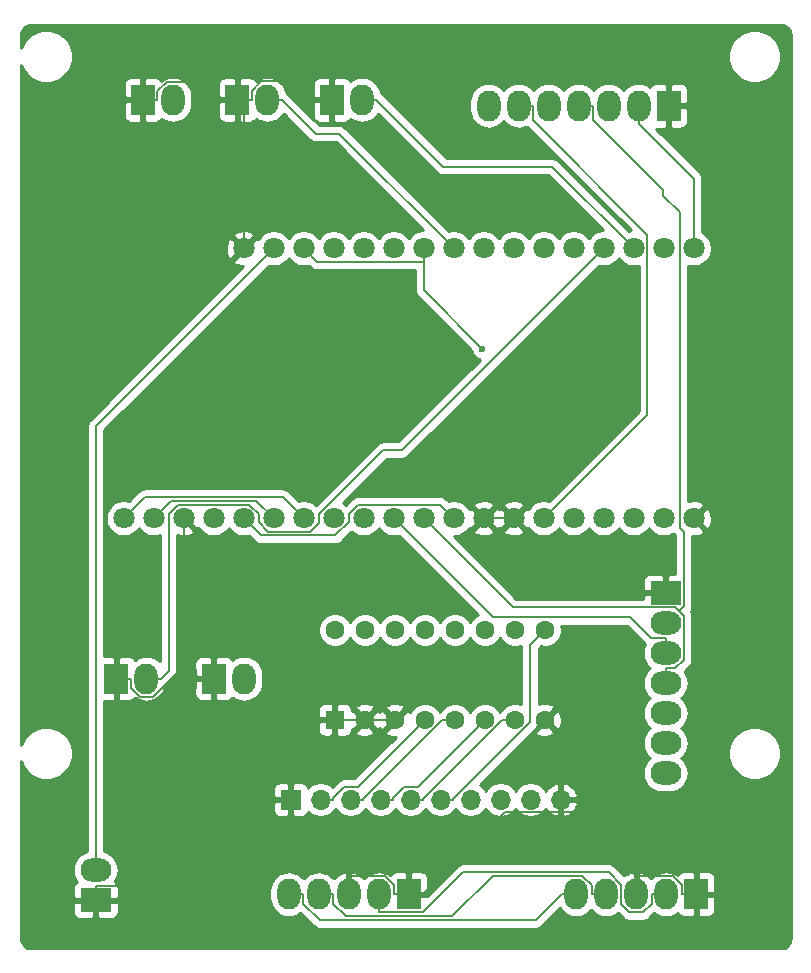
<source format=gbl>
G04 #@! TF.GenerationSoftware,KiCad,Pcbnew,(5.1.8)-1*
G04 #@! TF.CreationDate,2021-06-27T16:21:36+02:00*
G04 #@! TF.ProjectId,sdr-controller,7364722d-636f-46e7-9472-6f6c6c65722e,rev?*
G04 #@! TF.SameCoordinates,Original*
G04 #@! TF.FileFunction,Copper,L2,Bot*
G04 #@! TF.FilePolarity,Positive*
%FSLAX46Y46*%
G04 Gerber Fmt 4.6, Leading zero omitted, Abs format (unit mm)*
G04 Created by KiCad (PCBNEW (5.1.8)-1) date 2021-06-27 16:21:36*
%MOMM*%
%LPD*%
G01*
G04 APERTURE LIST*
G04 #@! TA.AperFunction,ComponentPad*
%ADD10R,2.000000X2.600000*%
G04 #@! TD*
G04 #@! TA.AperFunction,ComponentPad*
%ADD11O,2.000000X2.600000*%
G04 #@! TD*
G04 #@! TA.AperFunction,ComponentPad*
%ADD12R,2.600000X2.000000*%
G04 #@! TD*
G04 #@! TA.AperFunction,ComponentPad*
%ADD13O,2.600000X2.000000*%
G04 #@! TD*
G04 #@! TA.AperFunction,ComponentPad*
%ADD14C,1.800000*%
G04 #@! TD*
G04 #@! TA.AperFunction,ComponentPad*
%ADD15C,1.600000*%
G04 #@! TD*
G04 #@! TA.AperFunction,ComponentPad*
%ADD16R,1.600000X1.600000*%
G04 #@! TD*
G04 #@! TA.AperFunction,ComponentPad*
%ADD17R,1.700000X1.700000*%
G04 #@! TD*
G04 #@! TA.AperFunction,ComponentPad*
%ADD18O,1.700000X1.700000*%
G04 #@! TD*
G04 #@! TA.AperFunction,ViaPad*
%ADD19C,0.600000*%
G04 #@! TD*
G04 #@! TA.AperFunction,Conductor*
%ADD20C,0.200000*%
G04 #@! TD*
G04 #@! TA.AperFunction,Conductor*
%ADD21C,0.254000*%
G04 #@! TD*
G04 #@! TA.AperFunction,Conductor*
%ADD22C,0.100000*%
G04 #@! TD*
G04 APERTURE END LIST*
D10*
X97830000Y-109250000D03*
D11*
X95290000Y-109250000D03*
X92750000Y-109250000D03*
X90210000Y-109250000D03*
X87670000Y-109250000D03*
D10*
X73500000Y-109250000D03*
D11*
X70960000Y-109250000D03*
X68420000Y-109250000D03*
X65880000Y-109250000D03*
X63340000Y-109250000D03*
D12*
X47000000Y-109750000D03*
D13*
X47000000Y-107210000D03*
D10*
X95500000Y-42500000D03*
D11*
X92960000Y-42500000D03*
X90420000Y-42500000D03*
X87880000Y-42500000D03*
X85340000Y-42500000D03*
X82800000Y-42500000D03*
X80260000Y-42500000D03*
D12*
X95250000Y-83750000D03*
D13*
X95250000Y-86290000D03*
X95250000Y-88830000D03*
X95250000Y-91370000D03*
X95250000Y-93910000D03*
X95250000Y-96450000D03*
X95250000Y-98990000D03*
D10*
X51000000Y-42000000D03*
D11*
X53540000Y-42000000D03*
D10*
X59000000Y-42000000D03*
D11*
X61540000Y-42000000D03*
D10*
X57000000Y-91000000D03*
D11*
X59540000Y-91000000D03*
D10*
X48750000Y-91000000D03*
D11*
X51290000Y-91000000D03*
D10*
X67000000Y-42000000D03*
D11*
X69540000Y-42000000D03*
D14*
X49370000Y-77430000D03*
X51910000Y-77430000D03*
X54450000Y-77430000D03*
X56990000Y-77430000D03*
X59530000Y-77430000D03*
X62070000Y-77430000D03*
X64610000Y-77430000D03*
X67150000Y-77430000D03*
X69690000Y-77430000D03*
X72230000Y-77430000D03*
X74770000Y-77430000D03*
X77310000Y-77430000D03*
X59530000Y-54570000D03*
X62070000Y-54570000D03*
X64610000Y-54570000D03*
X67150000Y-54570000D03*
X69690000Y-54570000D03*
X72230000Y-54570000D03*
X74770000Y-54570000D03*
X77310000Y-54570000D03*
X79850000Y-54570000D03*
X82390000Y-54570000D03*
X84930000Y-54570000D03*
X87470000Y-54570000D03*
X90010000Y-54570000D03*
X92550000Y-54570000D03*
X95090000Y-54570000D03*
X97630000Y-54570000D03*
X79850000Y-77430000D03*
X82390000Y-77430000D03*
X84930000Y-77430000D03*
X87470000Y-77430000D03*
X90010000Y-77430000D03*
X92550000Y-77430000D03*
X95090000Y-77430000D03*
X97630000Y-77430000D03*
D15*
X85030000Y-86880000D03*
X85030000Y-94500000D03*
X67250000Y-86880000D03*
X69790000Y-86880000D03*
X72330000Y-86880000D03*
X74870000Y-86880000D03*
X77410000Y-86880000D03*
X79950000Y-86880000D03*
X82490000Y-86880000D03*
X82490000Y-94500000D03*
X79950000Y-94500000D03*
X77410000Y-94500000D03*
X74870000Y-94500000D03*
X72330000Y-94500000D03*
X69790000Y-94500000D03*
D16*
X67250000Y-94500000D03*
D17*
X63500000Y-101250000D03*
D18*
X66040000Y-101250000D03*
X68580000Y-101250000D03*
X71120000Y-101250000D03*
X73660000Y-101250000D03*
X76200000Y-101250000D03*
X78740000Y-101250000D03*
X81280000Y-101250000D03*
X83820000Y-101250000D03*
X86360000Y-101250000D03*
D19*
X79727400Y-63079100D03*
D20*
X95250000Y-83750000D02*
X88710000Y-83750000D01*
X88710000Y-83750000D02*
X82390000Y-77430000D01*
X79850000Y-77430000D02*
X82390000Y-77430000D01*
X51000000Y-42000000D02*
X52227300Y-42000000D01*
X59000000Y-42000000D02*
X57772700Y-42000000D01*
X57772700Y-42000000D02*
X56224200Y-40451500D01*
X56224200Y-40451500D02*
X53008700Y-40451500D01*
X53008700Y-40451500D02*
X52227300Y-41232900D01*
X52227300Y-41232900D02*
X52227300Y-42000000D01*
X59265000Y-42000000D02*
X59000000Y-42000000D01*
X59265000Y-42000000D02*
X59530000Y-42000000D01*
X59530000Y-42000000D02*
X60227300Y-42000000D01*
X59530000Y-54570000D02*
X59530000Y-42000000D01*
X54630100Y-89767500D02*
X54450000Y-89587400D01*
X54450000Y-89587400D02*
X54450000Y-77430000D01*
X55899600Y-91000000D02*
X55862600Y-91000000D01*
X55862600Y-91000000D02*
X54630100Y-89767500D01*
X54630100Y-89767500D02*
X51840400Y-92557200D01*
X51840400Y-92557200D02*
X50767400Y-92557200D01*
X50767400Y-92557200D02*
X49977300Y-91767100D01*
X49977300Y-91767100D02*
X49977300Y-91000000D01*
X48750000Y-91000000D02*
X49977300Y-91000000D01*
X60227300Y-42000000D02*
X60227300Y-41232900D01*
X60227300Y-41232900D02*
X61014800Y-40445400D01*
X61014800Y-40445400D02*
X64218100Y-40445400D01*
X64218100Y-40445400D02*
X65772700Y-42000000D01*
X67000000Y-42000000D02*
X65772700Y-42000000D01*
X63500000Y-102783300D02*
X63500000Y-101250000D01*
X68429700Y-107713000D02*
X63500000Y-102783300D01*
X63500000Y-102783300D02*
X57760600Y-108522700D01*
X57760600Y-108522700D02*
X47000000Y-108522700D01*
X47000000Y-109750000D02*
X47000000Y-108522700D01*
X68429700Y-107713000D02*
X71502800Y-107713000D01*
X71502800Y-107713000D02*
X72272700Y-108482900D01*
X72272700Y-108482900D02*
X72272700Y-109250000D01*
X68420000Y-107722700D02*
X68429700Y-107713000D01*
X73500000Y-109250000D02*
X74727300Y-109250000D01*
X74727300Y-109250000D02*
X81650000Y-102327300D01*
X81650000Y-102327300D02*
X86360000Y-102327300D01*
X72886400Y-109250000D02*
X73500000Y-109250000D01*
X72886400Y-109250000D02*
X72272700Y-109250000D01*
X86360000Y-101250000D02*
X86360000Y-102327300D01*
X86360000Y-102327300D02*
X87354600Y-102327300D01*
X87354600Y-102327300D02*
X92750000Y-107722700D01*
X63625000Y-99152300D02*
X67250000Y-95527300D01*
X63500000Y-101250000D02*
X63500000Y-99277300D01*
X63500000Y-99277300D02*
X63625000Y-99152300D01*
X63625000Y-99152300D02*
X57000000Y-92527300D01*
X57000000Y-91000000D02*
X57000000Y-92527300D01*
X67250000Y-94500000D02*
X67250000Y-95527300D01*
X57000000Y-91000000D02*
X55899600Y-91000000D01*
X97830000Y-109250000D02*
X96602700Y-109250000D01*
X92750000Y-107722700D02*
X95842500Y-107722700D01*
X95842500Y-107722700D02*
X96602700Y-108482900D01*
X96602700Y-108482900D02*
X96602700Y-109250000D01*
X92750000Y-109250000D02*
X92750000Y-107722700D01*
X68420000Y-109250000D02*
X68420000Y-107722700D01*
X69790000Y-94500000D02*
X67250000Y-94500000D01*
X69790000Y-94500000D02*
X72330000Y-94500000D01*
X66040000Y-101250000D02*
X67117300Y-101250000D01*
X67117300Y-101250000D02*
X67117300Y-101115200D01*
X67117300Y-101115200D02*
X68059800Y-100172700D01*
X68059800Y-100172700D02*
X69197300Y-100172700D01*
X69197300Y-100172700D02*
X74870000Y-94500000D01*
X68580000Y-101250000D02*
X69657300Y-101250000D01*
X69657300Y-101250000D02*
X69657300Y-101165600D01*
X69657300Y-101165600D02*
X76322900Y-94500000D01*
X76322900Y-94500000D02*
X77410000Y-94500000D01*
X71120000Y-101250000D02*
X72197300Y-101250000D01*
X72197300Y-101250000D02*
X72197300Y-101115200D01*
X72197300Y-101115200D02*
X73139800Y-100172700D01*
X73139800Y-100172700D02*
X74277300Y-100172700D01*
X74277300Y-100172700D02*
X79950000Y-94500000D01*
X73660000Y-101250000D02*
X74737300Y-101250000D01*
X74737300Y-101250000D02*
X74737300Y-101165600D01*
X74737300Y-101165600D02*
X81402900Y-94500000D01*
X81402900Y-94500000D02*
X82490000Y-94500000D01*
X76200000Y-101250000D02*
X77277300Y-101250000D01*
X77277300Y-101250000D02*
X77277300Y-101181000D01*
X77277300Y-101181000D02*
X83760000Y-94698300D01*
X83760000Y-94698300D02*
X83760000Y-88150000D01*
X83760000Y-88150000D02*
X85030000Y-86880000D01*
X74770000Y-55698800D02*
X74770000Y-58121700D01*
X74770000Y-58121700D02*
X79727400Y-63079100D01*
X74770000Y-54570000D02*
X74770000Y-55698800D01*
X74770000Y-55698800D02*
X65738800Y-55698800D01*
X65738800Y-55698800D02*
X64610000Y-54570000D01*
X82800000Y-42500000D02*
X84027300Y-42500000D01*
X84930000Y-77430000D02*
X93711400Y-68648600D01*
X93711400Y-68648600D02*
X93711400Y-53411400D01*
X93711400Y-53411400D02*
X84027300Y-43727300D01*
X84027300Y-43727300D02*
X84027300Y-42500000D01*
X89107300Y-42500000D02*
X89107300Y-43727300D01*
X89107300Y-43727300D02*
X95025200Y-49645200D01*
X95025200Y-49645200D02*
X95025200Y-50107900D01*
X95025200Y-50107900D02*
X96449800Y-51532500D01*
X96449800Y-51532500D02*
X96449800Y-78229800D01*
X96449800Y-78229800D02*
X96777400Y-78557400D01*
X96777400Y-78557400D02*
X96777400Y-84884800D01*
X96777400Y-84884800D02*
X96359900Y-85302300D01*
X96359900Y-85302300D02*
X96792400Y-85734900D01*
X96792400Y-85734900D02*
X96792400Y-89408900D01*
X96792400Y-89408900D02*
X96058600Y-90142700D01*
X96058600Y-90142700D02*
X95250000Y-90142700D01*
X74770000Y-77430000D02*
X82317400Y-84977400D01*
X82317400Y-84977400D02*
X96034900Y-84977400D01*
X96034900Y-84977400D02*
X96359900Y-85302300D01*
X87880000Y-42500000D02*
X89107300Y-42500000D01*
X95250000Y-91370000D02*
X95250000Y-90142700D01*
X95250000Y-88830000D02*
X95250000Y-87602700D01*
X72230000Y-77430000D02*
X80624900Y-85824900D01*
X80624900Y-85824900D02*
X92244900Y-85824900D01*
X92244900Y-85824900D02*
X94022700Y-87602700D01*
X94022700Y-87602700D02*
X95250000Y-87602700D01*
X92960000Y-42500000D02*
X92960000Y-44027300D01*
X92960000Y-44027300D02*
X97630000Y-48697300D01*
X97630000Y-48697300D02*
X97630000Y-54570000D01*
X62070000Y-54570000D02*
X47000000Y-69640000D01*
X47000000Y-69640000D02*
X47000000Y-107210000D01*
X59530000Y-77430000D02*
X60985800Y-78885800D01*
X60985800Y-78885800D02*
X67290500Y-78885800D01*
X67290500Y-78885800D02*
X68420100Y-77756200D01*
X68420100Y-77756200D02*
X68420100Y-77047900D01*
X68420100Y-77047900D02*
X69176900Y-76291100D01*
X69176900Y-76291100D02*
X76171100Y-76291100D01*
X76171100Y-76291100D02*
X77310000Y-77430000D01*
X64567300Y-109250000D02*
X64567300Y-110058600D01*
X64567300Y-110058600D02*
X65948700Y-111440000D01*
X65948700Y-111440000D02*
X84252700Y-111440000D01*
X84252700Y-111440000D02*
X86442700Y-109250000D01*
X63340000Y-109250000D02*
X64567300Y-109250000D01*
X87670000Y-109250000D02*
X86442700Y-109250000D01*
X67107300Y-109250000D02*
X67107300Y-110058600D01*
X67107300Y-110058600D02*
X68161400Y-111112700D01*
X68161400Y-111112700D02*
X77187700Y-111112700D01*
X77187700Y-111112700D02*
X80596200Y-107704200D01*
X80596200Y-107704200D02*
X88204000Y-107704200D01*
X88204000Y-107704200D02*
X88982700Y-108482900D01*
X88982700Y-108482900D02*
X88982700Y-109250000D01*
X64610000Y-77430000D02*
X62815800Y-75635800D01*
X62815800Y-75635800D02*
X51164200Y-75635800D01*
X51164200Y-75635800D02*
X49370000Y-77430000D01*
X65880000Y-109250000D02*
X67107300Y-109250000D01*
X90210000Y-109250000D02*
X88982700Y-109250000D01*
X95290000Y-109250000D02*
X94062700Y-109250000D01*
X70960000Y-109250000D02*
X70960000Y-110777300D01*
X70960000Y-110777300D02*
X74727500Y-110777300D01*
X74727500Y-110777300D02*
X78130000Y-107374800D01*
X78130000Y-107374800D02*
X90417600Y-107374800D01*
X90417600Y-107374800D02*
X91480000Y-108437200D01*
X91480000Y-108437200D02*
X91480000Y-110084900D01*
X91480000Y-110084900D02*
X92180500Y-110785400D01*
X92180500Y-110785400D02*
X93335900Y-110785400D01*
X93335900Y-110785400D02*
X94062700Y-110058600D01*
X94062700Y-110058600D02*
X94062700Y-109250000D01*
X62070000Y-77430000D02*
X60603100Y-75963100D01*
X60603100Y-75963100D02*
X53376900Y-75963100D01*
X53376900Y-75963100D02*
X51910000Y-77430000D01*
X69540000Y-42000000D02*
X70767300Y-42000000D01*
X92550000Y-54570000D02*
X85639100Y-47659100D01*
X85639100Y-47659100D02*
X76426400Y-47659100D01*
X76426400Y-47659100D02*
X70767300Y-42000000D01*
X51290000Y-91000000D02*
X52517300Y-91000000D01*
X90010000Y-54570000D02*
X72921900Y-71658100D01*
X72921900Y-71658100D02*
X71325600Y-71658100D01*
X71325600Y-71658100D02*
X65880000Y-77103700D01*
X65880000Y-77103700D02*
X65880000Y-77829300D01*
X65880000Y-77829300D02*
X65152000Y-78557300D01*
X65152000Y-78557300D02*
X61577200Y-78557300D01*
X61577200Y-78557300D02*
X60800000Y-77780100D01*
X60800000Y-77780100D02*
X60800000Y-77105400D01*
X60800000Y-77105400D02*
X59985100Y-76290500D01*
X59985100Y-76290500D02*
X53965400Y-76290500D01*
X53965400Y-76290500D02*
X53180000Y-77075900D01*
X53180000Y-77075900D02*
X53180000Y-90337300D01*
X53180000Y-90337300D02*
X52517300Y-91000000D01*
X61540000Y-42000000D02*
X62767300Y-42000000D01*
X77310000Y-54570000D02*
X67617100Y-44877100D01*
X67617100Y-44877100D02*
X65644400Y-44877100D01*
X65644400Y-44877100D02*
X62767300Y-42000000D01*
D21*
X105162540Y-35679102D02*
X105318894Y-35726308D01*
X105463096Y-35802982D01*
X105589663Y-35906207D01*
X105693769Y-36032051D01*
X105771447Y-36175711D01*
X105819742Y-36331729D01*
X105840000Y-36524473D01*
X105840001Y-112967712D01*
X105820898Y-113162540D01*
X105773692Y-113318895D01*
X105697018Y-113463096D01*
X105593792Y-113589664D01*
X105467951Y-113693768D01*
X105324289Y-113771447D01*
X105168271Y-113819742D01*
X104975527Y-113840000D01*
X41532277Y-113840000D01*
X41337460Y-113820898D01*
X41181105Y-113773692D01*
X41036904Y-113697018D01*
X40910336Y-113593792D01*
X40806232Y-113467951D01*
X40728553Y-113324289D01*
X40680258Y-113168271D01*
X40660000Y-112975527D01*
X40660000Y-110750000D01*
X45061928Y-110750000D01*
X45074188Y-110874482D01*
X45110498Y-110994180D01*
X45169463Y-111104494D01*
X45248815Y-111201185D01*
X45345506Y-111280537D01*
X45455820Y-111339502D01*
X45575518Y-111375812D01*
X45700000Y-111388072D01*
X46714250Y-111385000D01*
X46873000Y-111226250D01*
X46873000Y-109877000D01*
X47127000Y-109877000D01*
X47127000Y-111226250D01*
X47285750Y-111385000D01*
X48300000Y-111388072D01*
X48424482Y-111375812D01*
X48544180Y-111339502D01*
X48654494Y-111280537D01*
X48751185Y-111201185D01*
X48830537Y-111104494D01*
X48889502Y-110994180D01*
X48925812Y-110874482D01*
X48938072Y-110750000D01*
X48935000Y-110035750D01*
X48776250Y-109877000D01*
X47127000Y-109877000D01*
X46873000Y-109877000D01*
X45223750Y-109877000D01*
X45065000Y-110035750D01*
X45061928Y-110750000D01*
X40660000Y-110750000D01*
X40660000Y-107210000D01*
X45057089Y-107210000D01*
X45088657Y-107530516D01*
X45182148Y-107838715D01*
X45333969Y-108122752D01*
X45392655Y-108194261D01*
X45345506Y-108219463D01*
X45248815Y-108298815D01*
X45169463Y-108395506D01*
X45110498Y-108505820D01*
X45074188Y-108625518D01*
X45061928Y-108750000D01*
X45065000Y-109464250D01*
X45223750Y-109623000D01*
X46873000Y-109623000D01*
X46873000Y-109603000D01*
X47127000Y-109603000D01*
X47127000Y-109623000D01*
X48776250Y-109623000D01*
X48935000Y-109464250D01*
X48937557Y-108869678D01*
X61705000Y-108869678D01*
X61705000Y-109630321D01*
X61728657Y-109870515D01*
X61822148Y-110178714D01*
X61973969Y-110462751D01*
X62178286Y-110711714D01*
X62427248Y-110916031D01*
X62711285Y-111067852D01*
X63019484Y-111161343D01*
X63340000Y-111192911D01*
X63660515Y-111161343D01*
X63968714Y-111067852D01*
X64252751Y-110916031D01*
X64325545Y-110856291D01*
X65403446Y-111934193D01*
X65426462Y-111962238D01*
X65454506Y-111985253D01*
X65538380Y-112054087D01*
X65666066Y-112122337D01*
X65804615Y-112164365D01*
X65948700Y-112178556D01*
X65984805Y-112175000D01*
X84216595Y-112175000D01*
X84252700Y-112178556D01*
X84288805Y-112175000D01*
X84396785Y-112164365D01*
X84535333Y-112122337D01*
X84663020Y-112054087D01*
X84774938Y-111962238D01*
X84797958Y-111934188D01*
X86291926Y-110440220D01*
X86303969Y-110462751D01*
X86508286Y-110711714D01*
X86757248Y-110916031D01*
X87041285Y-111067852D01*
X87349484Y-111161343D01*
X87670000Y-111192911D01*
X87990515Y-111161343D01*
X88298714Y-111067852D01*
X88582751Y-110916031D01*
X88831714Y-110711714D01*
X88940000Y-110579766D01*
X89048286Y-110711714D01*
X89297248Y-110916031D01*
X89581285Y-111067852D01*
X89889484Y-111161343D01*
X90210000Y-111192911D01*
X90530515Y-111161343D01*
X90838714Y-111067852D01*
X91122751Y-110916031D01*
X91204552Y-110848899D01*
X91635246Y-111279593D01*
X91658262Y-111307638D01*
X91686306Y-111330653D01*
X91770180Y-111399487D01*
X91897866Y-111467737D01*
X92036415Y-111509765D01*
X92180500Y-111523956D01*
X92216605Y-111520400D01*
X93299795Y-111520400D01*
X93335900Y-111523956D01*
X93372005Y-111520400D01*
X93479985Y-111509765D01*
X93618533Y-111467737D01*
X93746220Y-111399487D01*
X93858138Y-111307638D01*
X93881158Y-111279588D01*
X94304455Y-110856292D01*
X94377248Y-110916031D01*
X94661285Y-111067852D01*
X94969484Y-111161343D01*
X95290000Y-111192911D01*
X95610515Y-111161343D01*
X95918714Y-111067852D01*
X96202751Y-110916031D01*
X96274261Y-110857345D01*
X96299463Y-110904494D01*
X96378815Y-111001185D01*
X96475506Y-111080537D01*
X96585820Y-111139502D01*
X96705518Y-111175812D01*
X96830000Y-111188072D01*
X97544250Y-111185000D01*
X97703000Y-111026250D01*
X97703000Y-109377000D01*
X97957000Y-109377000D01*
X97957000Y-111026250D01*
X98115750Y-111185000D01*
X98830000Y-111188072D01*
X98954482Y-111175812D01*
X99074180Y-111139502D01*
X99184494Y-111080537D01*
X99281185Y-111001185D01*
X99360537Y-110904494D01*
X99419502Y-110794180D01*
X99455812Y-110674482D01*
X99468072Y-110550000D01*
X99465000Y-109535750D01*
X99306250Y-109377000D01*
X97957000Y-109377000D01*
X97703000Y-109377000D01*
X97683000Y-109377000D01*
X97683000Y-109123000D01*
X97703000Y-109123000D01*
X97703000Y-107473750D01*
X97957000Y-107473750D01*
X97957000Y-109123000D01*
X99306250Y-109123000D01*
X99465000Y-108964250D01*
X99468072Y-107950000D01*
X99455812Y-107825518D01*
X99419502Y-107705820D01*
X99360537Y-107595506D01*
X99281185Y-107498815D01*
X99184494Y-107419463D01*
X99074180Y-107360498D01*
X98954482Y-107324188D01*
X98830000Y-107311928D01*
X98115750Y-107315000D01*
X97957000Y-107473750D01*
X97703000Y-107473750D01*
X97544250Y-107315000D01*
X96830000Y-107311928D01*
X96705518Y-107324188D01*
X96585820Y-107360498D01*
X96475506Y-107419463D01*
X96378815Y-107498815D01*
X96299463Y-107595506D01*
X96274261Y-107642655D01*
X96202752Y-107583969D01*
X95918715Y-107432148D01*
X95610516Y-107338657D01*
X95290000Y-107307089D01*
X94969485Y-107338657D01*
X94661286Y-107432148D01*
X94377249Y-107583969D01*
X94128286Y-107788286D01*
X94021716Y-107918142D01*
X93816317Y-107704078D01*
X93552761Y-107519990D01*
X93258355Y-107390856D01*
X93130434Y-107359876D01*
X92877000Y-107479223D01*
X92877000Y-109123000D01*
X92897000Y-109123000D01*
X92897000Y-109377000D01*
X92877000Y-109377000D01*
X92877000Y-109397000D01*
X92623000Y-109397000D01*
X92623000Y-109377000D01*
X92603000Y-109377000D01*
X92603000Y-109123000D01*
X92623000Y-109123000D01*
X92623000Y-107479223D01*
X92369566Y-107359876D01*
X92241645Y-107390856D01*
X91947239Y-107519990D01*
X91744115Y-107661868D01*
X90962858Y-106880612D01*
X90939838Y-106852562D01*
X90827920Y-106760713D01*
X90700233Y-106692463D01*
X90561685Y-106650435D01*
X90453705Y-106639800D01*
X90417600Y-106636244D01*
X90381495Y-106639800D01*
X78166105Y-106639800D01*
X78130000Y-106636244D01*
X77985915Y-106650435D01*
X77847366Y-106692463D01*
X77719680Y-106760713D01*
X77607762Y-106852562D01*
X77584746Y-106880607D01*
X75032302Y-109433052D01*
X74976250Y-109377000D01*
X73627000Y-109377000D01*
X73627000Y-109397000D01*
X73373000Y-109397000D01*
X73373000Y-109377000D01*
X73353000Y-109377000D01*
X73353000Y-109123000D01*
X73373000Y-109123000D01*
X73373000Y-107473750D01*
X73627000Y-107473750D01*
X73627000Y-109123000D01*
X74976250Y-109123000D01*
X75135000Y-108964250D01*
X75138072Y-107950000D01*
X75125812Y-107825518D01*
X75089502Y-107705820D01*
X75030537Y-107595506D01*
X74951185Y-107498815D01*
X74854494Y-107419463D01*
X74744180Y-107360498D01*
X74624482Y-107324188D01*
X74500000Y-107311928D01*
X73785750Y-107315000D01*
X73627000Y-107473750D01*
X73373000Y-107473750D01*
X73214250Y-107315000D01*
X72500000Y-107311928D01*
X72375518Y-107324188D01*
X72255820Y-107360498D01*
X72145506Y-107419463D01*
X72048815Y-107498815D01*
X71969463Y-107595506D01*
X71944261Y-107642655D01*
X71872752Y-107583969D01*
X71588715Y-107432148D01*
X71280516Y-107338657D01*
X70960000Y-107307089D01*
X70639485Y-107338657D01*
X70331286Y-107432148D01*
X70047249Y-107583969D01*
X69798286Y-107788286D01*
X69691716Y-107918142D01*
X69486317Y-107704078D01*
X69222761Y-107519990D01*
X68928355Y-107390856D01*
X68800434Y-107359876D01*
X68547000Y-107479223D01*
X68547000Y-109123000D01*
X68567000Y-109123000D01*
X68567000Y-109377000D01*
X68547000Y-109377000D01*
X68547000Y-109397000D01*
X68293000Y-109397000D01*
X68293000Y-109377000D01*
X68273000Y-109377000D01*
X68273000Y-109123000D01*
X68293000Y-109123000D01*
X68293000Y-107479223D01*
X68039566Y-107359876D01*
X67911645Y-107390856D01*
X67617239Y-107519990D01*
X67353683Y-107704078D01*
X67148284Y-107918142D01*
X67041714Y-107788286D01*
X66792752Y-107583969D01*
X66508715Y-107432148D01*
X66200516Y-107338657D01*
X65880000Y-107307089D01*
X65559485Y-107338657D01*
X65251286Y-107432148D01*
X64967249Y-107583969D01*
X64718286Y-107788286D01*
X64610000Y-107920233D01*
X64501714Y-107788286D01*
X64252752Y-107583969D01*
X63968715Y-107432148D01*
X63660516Y-107338657D01*
X63340000Y-107307089D01*
X63019485Y-107338657D01*
X62711286Y-107432148D01*
X62427249Y-107583969D01*
X62178286Y-107788286D01*
X61973969Y-108037248D01*
X61822148Y-108321285D01*
X61728657Y-108629484D01*
X61705000Y-108869678D01*
X48937557Y-108869678D01*
X48938072Y-108750000D01*
X48925812Y-108625518D01*
X48889502Y-108505820D01*
X48830537Y-108395506D01*
X48751185Y-108298815D01*
X48654494Y-108219463D01*
X48607345Y-108194261D01*
X48666031Y-108122752D01*
X48817852Y-107838715D01*
X48911343Y-107530516D01*
X48942911Y-107210000D01*
X48911343Y-106889484D01*
X48817852Y-106581285D01*
X48666031Y-106297248D01*
X48461714Y-106048286D01*
X48212752Y-105843969D01*
X47928715Y-105692148D01*
X47735000Y-105633385D01*
X47735000Y-102100000D01*
X62011928Y-102100000D01*
X62024188Y-102224482D01*
X62060498Y-102344180D01*
X62119463Y-102454494D01*
X62198815Y-102551185D01*
X62295506Y-102630537D01*
X62405820Y-102689502D01*
X62525518Y-102725812D01*
X62650000Y-102738072D01*
X63214250Y-102735000D01*
X63373000Y-102576250D01*
X63373000Y-101377000D01*
X62173750Y-101377000D01*
X62015000Y-101535750D01*
X62011928Y-102100000D01*
X47735000Y-102100000D01*
X47735000Y-100400000D01*
X62011928Y-100400000D01*
X62015000Y-100964250D01*
X62173750Y-101123000D01*
X63373000Y-101123000D01*
X63373000Y-99923750D01*
X63214250Y-99765000D01*
X62650000Y-99761928D01*
X62525518Y-99774188D01*
X62405820Y-99810498D01*
X62295506Y-99869463D01*
X62198815Y-99948815D01*
X62119463Y-100045506D01*
X62060498Y-100155820D01*
X62024188Y-100275518D01*
X62011928Y-100400000D01*
X47735000Y-100400000D01*
X47735000Y-95300000D01*
X65811928Y-95300000D01*
X65824188Y-95424482D01*
X65860498Y-95544180D01*
X65919463Y-95654494D01*
X65998815Y-95751185D01*
X66095506Y-95830537D01*
X66205820Y-95889502D01*
X66325518Y-95925812D01*
X66450000Y-95938072D01*
X66964250Y-95935000D01*
X67123000Y-95776250D01*
X67123000Y-94627000D01*
X65973750Y-94627000D01*
X65815000Y-94785750D01*
X65811928Y-95300000D01*
X47735000Y-95300000D01*
X47735000Y-93700000D01*
X65811928Y-93700000D01*
X65815000Y-94214250D01*
X65973750Y-94373000D01*
X67123000Y-94373000D01*
X67123000Y-93223750D01*
X67377000Y-93223750D01*
X67377000Y-94373000D01*
X67397000Y-94373000D01*
X67397000Y-94627000D01*
X67377000Y-94627000D01*
X67377000Y-95776250D01*
X67535750Y-95935000D01*
X68050000Y-95938072D01*
X68174482Y-95925812D01*
X68294180Y-95889502D01*
X68404494Y-95830537D01*
X68501185Y-95751185D01*
X68580537Y-95654494D01*
X68639502Y-95544180D01*
X68655117Y-95492702D01*
X68976903Y-95492702D01*
X69048486Y-95736671D01*
X69303996Y-95857571D01*
X69578184Y-95926300D01*
X69860512Y-95940217D01*
X70140130Y-95898787D01*
X70406292Y-95803603D01*
X70531514Y-95736671D01*
X70603097Y-95492702D01*
X69790000Y-94679605D01*
X68976903Y-95492702D01*
X68655117Y-95492702D01*
X68675812Y-95424482D01*
X68688072Y-95300000D01*
X68687959Y-95281016D01*
X68797298Y-95313097D01*
X69610395Y-94500000D01*
X69969605Y-94500000D01*
X70782702Y-95313097D01*
X71026671Y-95241514D01*
X71057971Y-95175364D01*
X71093329Y-95241514D01*
X71337298Y-95313097D01*
X72150395Y-94500000D01*
X71337298Y-93686903D01*
X71093329Y-93758486D01*
X71062029Y-93824636D01*
X71026671Y-93758486D01*
X70782702Y-93686903D01*
X69969605Y-94500000D01*
X69610395Y-94500000D01*
X68797298Y-93686903D01*
X68687959Y-93718984D01*
X68688072Y-93700000D01*
X68675812Y-93575518D01*
X68655118Y-93507298D01*
X68976903Y-93507298D01*
X69790000Y-94320395D01*
X70603097Y-93507298D01*
X71516903Y-93507298D01*
X72330000Y-94320395D01*
X73143097Y-93507298D01*
X73071514Y-93263329D01*
X72816004Y-93142429D01*
X72541816Y-93073700D01*
X72259488Y-93059783D01*
X71979870Y-93101213D01*
X71713708Y-93196397D01*
X71588486Y-93263329D01*
X71516903Y-93507298D01*
X70603097Y-93507298D01*
X70531514Y-93263329D01*
X70276004Y-93142429D01*
X70001816Y-93073700D01*
X69719488Y-93059783D01*
X69439870Y-93101213D01*
X69173708Y-93196397D01*
X69048486Y-93263329D01*
X68976903Y-93507298D01*
X68655118Y-93507298D01*
X68639502Y-93455820D01*
X68580537Y-93345506D01*
X68501185Y-93248815D01*
X68404494Y-93169463D01*
X68294180Y-93110498D01*
X68174482Y-93074188D01*
X68050000Y-93061928D01*
X67535750Y-93065000D01*
X67377000Y-93223750D01*
X67123000Y-93223750D01*
X66964250Y-93065000D01*
X66450000Y-93061928D01*
X66325518Y-93074188D01*
X66205820Y-93110498D01*
X66095506Y-93169463D01*
X65998815Y-93248815D01*
X65919463Y-93345506D01*
X65860498Y-93455820D01*
X65824188Y-93575518D01*
X65811928Y-93700000D01*
X47735000Y-93700000D01*
X47735000Y-92936595D01*
X47750000Y-92938072D01*
X48464250Y-92935000D01*
X48623000Y-92776250D01*
X48623000Y-91127000D01*
X48603000Y-91127000D01*
X48603000Y-90873000D01*
X48623000Y-90873000D01*
X48623000Y-89223750D01*
X48464250Y-89065000D01*
X47750000Y-89061928D01*
X47735000Y-89063405D01*
X47735000Y-69944446D01*
X61631581Y-56047866D01*
X61918816Y-56105000D01*
X62221184Y-56105000D01*
X62517743Y-56046011D01*
X62797095Y-55930299D01*
X63048505Y-55762312D01*
X63262312Y-55548505D01*
X63340000Y-55432237D01*
X63417688Y-55548505D01*
X63631495Y-55762312D01*
X63882905Y-55930299D01*
X64162257Y-56046011D01*
X64458816Y-56105000D01*
X64761184Y-56105000D01*
X65048419Y-56047866D01*
X65193546Y-56192993D01*
X65216562Y-56221038D01*
X65328480Y-56312887D01*
X65456167Y-56381137D01*
X65594715Y-56423165D01*
X65702695Y-56433800D01*
X65702704Y-56433800D01*
X65738799Y-56437355D01*
X65774894Y-56433800D01*
X74035000Y-56433800D01*
X74035001Y-58085585D01*
X74031444Y-58121700D01*
X74045635Y-58265785D01*
X74087664Y-58404333D01*
X74155914Y-58532020D01*
X74247763Y-58643938D01*
X74275808Y-58666954D01*
X78795469Y-63186615D01*
X78828332Y-63351829D01*
X78898814Y-63521989D01*
X79001138Y-63675128D01*
X79131372Y-63805362D01*
X79284511Y-63907686D01*
X79454671Y-63978168D01*
X79544514Y-63996039D01*
X72617454Y-70923100D01*
X71361694Y-70923100D01*
X71325599Y-70919545D01*
X71289504Y-70923100D01*
X71289495Y-70923100D01*
X71181515Y-70933735D01*
X71042967Y-70975763D01*
X70915280Y-71044013D01*
X70803362Y-71135862D01*
X70780346Y-71163907D01*
X65647535Y-76296718D01*
X65588505Y-76237688D01*
X65337095Y-76069701D01*
X65057743Y-75953989D01*
X64761184Y-75895000D01*
X64458816Y-75895000D01*
X64171581Y-75952134D01*
X63361058Y-75141612D01*
X63338038Y-75113562D01*
X63226120Y-75021713D01*
X63098433Y-74953463D01*
X62959885Y-74911435D01*
X62851905Y-74900800D01*
X62815800Y-74897244D01*
X62779695Y-74900800D01*
X51200305Y-74900800D01*
X51164200Y-74897244D01*
X51020114Y-74911435D01*
X50978086Y-74924184D01*
X50881567Y-74953463D01*
X50753880Y-75021713D01*
X50641962Y-75113562D01*
X50618946Y-75141607D01*
X49808419Y-75952134D01*
X49521184Y-75895000D01*
X49218816Y-75895000D01*
X48922257Y-75953989D01*
X48642905Y-76069701D01*
X48391495Y-76237688D01*
X48177688Y-76451495D01*
X48009701Y-76702905D01*
X47893989Y-76982257D01*
X47835000Y-77278816D01*
X47835000Y-77581184D01*
X47893989Y-77877743D01*
X48009701Y-78157095D01*
X48177688Y-78408505D01*
X48391495Y-78622312D01*
X48642905Y-78790299D01*
X48922257Y-78906011D01*
X49218816Y-78965000D01*
X49521184Y-78965000D01*
X49817743Y-78906011D01*
X50097095Y-78790299D01*
X50348505Y-78622312D01*
X50562312Y-78408505D01*
X50640000Y-78292237D01*
X50717688Y-78408505D01*
X50931495Y-78622312D01*
X51182905Y-78790299D01*
X51462257Y-78906011D01*
X51758816Y-78965000D01*
X52061184Y-78965000D01*
X52357743Y-78906011D01*
X52445000Y-78869868D01*
X52445001Y-89532777D01*
X52202751Y-89333969D01*
X51918714Y-89182148D01*
X51610515Y-89088657D01*
X51290000Y-89057089D01*
X50969484Y-89088657D01*
X50661285Y-89182148D01*
X50377248Y-89333969D01*
X50305739Y-89392655D01*
X50280537Y-89345506D01*
X50201185Y-89248815D01*
X50104494Y-89169463D01*
X49994180Y-89110498D01*
X49874482Y-89074188D01*
X49750000Y-89061928D01*
X49035750Y-89065000D01*
X48877000Y-89223750D01*
X48877000Y-90873000D01*
X48897000Y-90873000D01*
X48897000Y-91127000D01*
X48877000Y-91127000D01*
X48877000Y-92776250D01*
X49035750Y-92935000D01*
X49750000Y-92938072D01*
X49874482Y-92925812D01*
X49994180Y-92889502D01*
X50104494Y-92830537D01*
X50201185Y-92751185D01*
X50280537Y-92654494D01*
X50305739Y-92607345D01*
X50377249Y-92666031D01*
X50661286Y-92817852D01*
X50969485Y-92911343D01*
X51290000Y-92942911D01*
X51610516Y-92911343D01*
X51918715Y-92817852D01*
X52202752Y-92666031D01*
X52451714Y-92461714D01*
X52584428Y-92300000D01*
X55361928Y-92300000D01*
X55374188Y-92424482D01*
X55410498Y-92544180D01*
X55469463Y-92654494D01*
X55548815Y-92751185D01*
X55645506Y-92830537D01*
X55755820Y-92889502D01*
X55875518Y-92925812D01*
X56000000Y-92938072D01*
X56714250Y-92935000D01*
X56873000Y-92776250D01*
X56873000Y-91127000D01*
X55523750Y-91127000D01*
X55365000Y-91285750D01*
X55361928Y-92300000D01*
X52584428Y-92300000D01*
X52656031Y-92212752D01*
X52807852Y-91928715D01*
X52898585Y-91629606D01*
X52927620Y-91614087D01*
X53039538Y-91522238D01*
X53062558Y-91494188D01*
X53674193Y-90882554D01*
X53702238Y-90859538D01*
X53794087Y-90747620D01*
X53862337Y-90619933D01*
X53904365Y-90481385D01*
X53915000Y-90373405D01*
X53915000Y-90373396D01*
X53918555Y-90337301D01*
X53915000Y-90301206D01*
X53915000Y-89700000D01*
X55361928Y-89700000D01*
X55365000Y-90714250D01*
X55523750Y-90873000D01*
X56873000Y-90873000D01*
X56873000Y-89223750D01*
X57127000Y-89223750D01*
X57127000Y-90873000D01*
X57147000Y-90873000D01*
X57147000Y-91127000D01*
X57127000Y-91127000D01*
X57127000Y-92776250D01*
X57285750Y-92935000D01*
X58000000Y-92938072D01*
X58124482Y-92925812D01*
X58244180Y-92889502D01*
X58354494Y-92830537D01*
X58451185Y-92751185D01*
X58530537Y-92654494D01*
X58555739Y-92607345D01*
X58627249Y-92666031D01*
X58911286Y-92817852D01*
X59219485Y-92911343D01*
X59540000Y-92942911D01*
X59860516Y-92911343D01*
X60168715Y-92817852D01*
X60452752Y-92666031D01*
X60701714Y-92461714D01*
X60906031Y-92212752D01*
X61057852Y-91928715D01*
X61151343Y-91620515D01*
X61175000Y-91380321D01*
X61175000Y-90619678D01*
X61151343Y-90379484D01*
X61057852Y-90071285D01*
X60906031Y-89787248D01*
X60701714Y-89538286D01*
X60452751Y-89333969D01*
X60168714Y-89182148D01*
X59860515Y-89088657D01*
X59540000Y-89057089D01*
X59219484Y-89088657D01*
X58911285Y-89182148D01*
X58627248Y-89333969D01*
X58555739Y-89392655D01*
X58530537Y-89345506D01*
X58451185Y-89248815D01*
X58354494Y-89169463D01*
X58244180Y-89110498D01*
X58124482Y-89074188D01*
X58000000Y-89061928D01*
X57285750Y-89065000D01*
X57127000Y-89223750D01*
X56873000Y-89223750D01*
X56714250Y-89065000D01*
X56000000Y-89061928D01*
X55875518Y-89074188D01*
X55755820Y-89110498D01*
X55645506Y-89169463D01*
X55548815Y-89248815D01*
X55469463Y-89345506D01*
X55410498Y-89455820D01*
X55374188Y-89575518D01*
X55361928Y-89700000D01*
X53915000Y-89700000D01*
X53915000Y-78875904D01*
X53921775Y-78879158D01*
X54214642Y-78954365D01*
X54516553Y-78970991D01*
X54815907Y-78928397D01*
X55101199Y-78828222D01*
X55250792Y-78748261D01*
X55334475Y-78494080D01*
X54450000Y-77609605D01*
X54435858Y-77623748D01*
X54256253Y-77444143D01*
X54270395Y-77430000D01*
X54256253Y-77415858D01*
X54435858Y-77236253D01*
X54450000Y-77250395D01*
X54464143Y-77236253D01*
X54643748Y-77415858D01*
X54629605Y-77430000D01*
X55514080Y-78314475D01*
X55695049Y-78254895D01*
X55797688Y-78408505D01*
X56011495Y-78622312D01*
X56262905Y-78790299D01*
X56542257Y-78906011D01*
X56838816Y-78965000D01*
X57141184Y-78965000D01*
X57437743Y-78906011D01*
X57717095Y-78790299D01*
X57968505Y-78622312D01*
X58182312Y-78408505D01*
X58260000Y-78292237D01*
X58337688Y-78408505D01*
X58551495Y-78622312D01*
X58802905Y-78790299D01*
X59082257Y-78906011D01*
X59378816Y-78965000D01*
X59681184Y-78965000D01*
X59968419Y-78907866D01*
X60440546Y-79379993D01*
X60463562Y-79408038D01*
X60575480Y-79499887D01*
X60703167Y-79568137D01*
X60799686Y-79597416D01*
X60841714Y-79610165D01*
X60855932Y-79611565D01*
X60949695Y-79620800D01*
X60949702Y-79620800D01*
X60985799Y-79624355D01*
X61021896Y-79620800D01*
X67254395Y-79620800D01*
X67290500Y-79624356D01*
X67326605Y-79620800D01*
X67434585Y-79610165D01*
X67573133Y-79568137D01*
X67700820Y-79499887D01*
X67812738Y-79408038D01*
X67835758Y-79379988D01*
X68652465Y-78563282D01*
X68711495Y-78622312D01*
X68962905Y-78790299D01*
X69242257Y-78906011D01*
X69538816Y-78965000D01*
X69841184Y-78965000D01*
X70137743Y-78906011D01*
X70417095Y-78790299D01*
X70668505Y-78622312D01*
X70882312Y-78408505D01*
X70960000Y-78292237D01*
X71037688Y-78408505D01*
X71251495Y-78622312D01*
X71502905Y-78790299D01*
X71782257Y-78906011D01*
X72078816Y-78965000D01*
X72381184Y-78965000D01*
X72668419Y-78907866D01*
X79339994Y-85579441D01*
X79270273Y-85608320D01*
X79035241Y-85765363D01*
X78835363Y-85965241D01*
X78680000Y-86197759D01*
X78524637Y-85965241D01*
X78324759Y-85765363D01*
X78089727Y-85608320D01*
X77828574Y-85500147D01*
X77551335Y-85445000D01*
X77268665Y-85445000D01*
X76991426Y-85500147D01*
X76730273Y-85608320D01*
X76495241Y-85765363D01*
X76295363Y-85965241D01*
X76140000Y-86197759D01*
X75984637Y-85965241D01*
X75784759Y-85765363D01*
X75549727Y-85608320D01*
X75288574Y-85500147D01*
X75011335Y-85445000D01*
X74728665Y-85445000D01*
X74451426Y-85500147D01*
X74190273Y-85608320D01*
X73955241Y-85765363D01*
X73755363Y-85965241D01*
X73600000Y-86197759D01*
X73444637Y-85965241D01*
X73244759Y-85765363D01*
X73009727Y-85608320D01*
X72748574Y-85500147D01*
X72471335Y-85445000D01*
X72188665Y-85445000D01*
X71911426Y-85500147D01*
X71650273Y-85608320D01*
X71415241Y-85765363D01*
X71215363Y-85965241D01*
X71060000Y-86197759D01*
X70904637Y-85965241D01*
X70704759Y-85765363D01*
X70469727Y-85608320D01*
X70208574Y-85500147D01*
X69931335Y-85445000D01*
X69648665Y-85445000D01*
X69371426Y-85500147D01*
X69110273Y-85608320D01*
X68875241Y-85765363D01*
X68675363Y-85965241D01*
X68520000Y-86197759D01*
X68364637Y-85965241D01*
X68164759Y-85765363D01*
X67929727Y-85608320D01*
X67668574Y-85500147D01*
X67391335Y-85445000D01*
X67108665Y-85445000D01*
X66831426Y-85500147D01*
X66570273Y-85608320D01*
X66335241Y-85765363D01*
X66135363Y-85965241D01*
X65978320Y-86200273D01*
X65870147Y-86461426D01*
X65815000Y-86738665D01*
X65815000Y-87021335D01*
X65870147Y-87298574D01*
X65978320Y-87559727D01*
X66135363Y-87794759D01*
X66335241Y-87994637D01*
X66570273Y-88151680D01*
X66831426Y-88259853D01*
X67108665Y-88315000D01*
X67391335Y-88315000D01*
X67668574Y-88259853D01*
X67929727Y-88151680D01*
X68164759Y-87994637D01*
X68364637Y-87794759D01*
X68520000Y-87562241D01*
X68675363Y-87794759D01*
X68875241Y-87994637D01*
X69110273Y-88151680D01*
X69371426Y-88259853D01*
X69648665Y-88315000D01*
X69931335Y-88315000D01*
X70208574Y-88259853D01*
X70469727Y-88151680D01*
X70704759Y-87994637D01*
X70904637Y-87794759D01*
X71060000Y-87562241D01*
X71215363Y-87794759D01*
X71415241Y-87994637D01*
X71650273Y-88151680D01*
X71911426Y-88259853D01*
X72188665Y-88315000D01*
X72471335Y-88315000D01*
X72748574Y-88259853D01*
X73009727Y-88151680D01*
X73244759Y-87994637D01*
X73444637Y-87794759D01*
X73600000Y-87562241D01*
X73755363Y-87794759D01*
X73955241Y-87994637D01*
X74190273Y-88151680D01*
X74451426Y-88259853D01*
X74728665Y-88315000D01*
X75011335Y-88315000D01*
X75288574Y-88259853D01*
X75549727Y-88151680D01*
X75784759Y-87994637D01*
X75984637Y-87794759D01*
X76140000Y-87562241D01*
X76295363Y-87794759D01*
X76495241Y-87994637D01*
X76730273Y-88151680D01*
X76991426Y-88259853D01*
X77268665Y-88315000D01*
X77551335Y-88315000D01*
X77828574Y-88259853D01*
X78089727Y-88151680D01*
X78324759Y-87994637D01*
X78524637Y-87794759D01*
X78680000Y-87562241D01*
X78835363Y-87794759D01*
X79035241Y-87994637D01*
X79270273Y-88151680D01*
X79531426Y-88259853D01*
X79808665Y-88315000D01*
X80091335Y-88315000D01*
X80368574Y-88259853D01*
X80629727Y-88151680D01*
X80864759Y-87994637D01*
X81064637Y-87794759D01*
X81220000Y-87562241D01*
X81375363Y-87794759D01*
X81575241Y-87994637D01*
X81810273Y-88151680D01*
X82071426Y-88259853D01*
X82348665Y-88315000D01*
X82631335Y-88315000D01*
X82908574Y-88259853D01*
X83025001Y-88211627D01*
X83025000Y-93168372D01*
X82908574Y-93120147D01*
X82631335Y-93065000D01*
X82348665Y-93065000D01*
X82071426Y-93120147D01*
X81810273Y-93228320D01*
X81575241Y-93385363D01*
X81375363Y-93585241D01*
X81245434Y-93779694D01*
X81203139Y-93792524D01*
X81064637Y-93585241D01*
X80864759Y-93385363D01*
X80629727Y-93228320D01*
X80368574Y-93120147D01*
X80091335Y-93065000D01*
X79808665Y-93065000D01*
X79531426Y-93120147D01*
X79270273Y-93228320D01*
X79035241Y-93385363D01*
X78835363Y-93585241D01*
X78680000Y-93817759D01*
X78524637Y-93585241D01*
X78324759Y-93385363D01*
X78089727Y-93228320D01*
X77828574Y-93120147D01*
X77551335Y-93065000D01*
X77268665Y-93065000D01*
X76991426Y-93120147D01*
X76730273Y-93228320D01*
X76495241Y-93385363D01*
X76295363Y-93585241D01*
X76165434Y-93779694D01*
X76123139Y-93792524D01*
X75984637Y-93585241D01*
X75784759Y-93385363D01*
X75549727Y-93228320D01*
X75288574Y-93120147D01*
X75011335Y-93065000D01*
X74728665Y-93065000D01*
X74451426Y-93120147D01*
X74190273Y-93228320D01*
X73955241Y-93385363D01*
X73755363Y-93585241D01*
X73599085Y-93819128D01*
X73566671Y-93758486D01*
X73322702Y-93686903D01*
X72509605Y-94500000D01*
X72523748Y-94514143D01*
X72344143Y-94693748D01*
X72330000Y-94679605D01*
X71516903Y-95492702D01*
X71588486Y-95736671D01*
X71843996Y-95857571D01*
X72118184Y-95926300D01*
X72390814Y-95939739D01*
X68892854Y-99437700D01*
X68095894Y-99437700D01*
X68059799Y-99434145D01*
X68023704Y-99437700D01*
X68023695Y-99437700D01*
X67915715Y-99448335D01*
X67777167Y-99490363D01*
X67649480Y-99558613D01*
X67537562Y-99650462D01*
X67514546Y-99678507D01*
X67041580Y-100151473D01*
X66986632Y-100096525D01*
X66743411Y-99934010D01*
X66473158Y-99822068D01*
X66186260Y-99765000D01*
X65893740Y-99765000D01*
X65606842Y-99822068D01*
X65336589Y-99934010D01*
X65093368Y-100096525D01*
X64961513Y-100228380D01*
X64939502Y-100155820D01*
X64880537Y-100045506D01*
X64801185Y-99948815D01*
X64704494Y-99869463D01*
X64594180Y-99810498D01*
X64474482Y-99774188D01*
X64350000Y-99761928D01*
X63785750Y-99765000D01*
X63627000Y-99923750D01*
X63627000Y-101123000D01*
X63647000Y-101123000D01*
X63647000Y-101377000D01*
X63627000Y-101377000D01*
X63627000Y-102576250D01*
X63785750Y-102735000D01*
X64350000Y-102738072D01*
X64474482Y-102725812D01*
X64594180Y-102689502D01*
X64704494Y-102630537D01*
X64801185Y-102551185D01*
X64880537Y-102454494D01*
X64939502Y-102344180D01*
X64961513Y-102271620D01*
X65093368Y-102403475D01*
X65336589Y-102565990D01*
X65606842Y-102677932D01*
X65893740Y-102735000D01*
X66186260Y-102735000D01*
X66473158Y-102677932D01*
X66743411Y-102565990D01*
X66986632Y-102403475D01*
X67193475Y-102196632D01*
X67310000Y-102022240D01*
X67426525Y-102196632D01*
X67633368Y-102403475D01*
X67876589Y-102565990D01*
X68146842Y-102677932D01*
X68433740Y-102735000D01*
X68726260Y-102735000D01*
X69013158Y-102677932D01*
X69283411Y-102565990D01*
X69526632Y-102403475D01*
X69733475Y-102196632D01*
X69850000Y-102022240D01*
X69966525Y-102196632D01*
X70173368Y-102403475D01*
X70416589Y-102565990D01*
X70686842Y-102677932D01*
X70973740Y-102735000D01*
X71266260Y-102735000D01*
X71553158Y-102677932D01*
X71823411Y-102565990D01*
X72066632Y-102403475D01*
X72273475Y-102196632D01*
X72390000Y-102022240D01*
X72506525Y-102196632D01*
X72713368Y-102403475D01*
X72956589Y-102565990D01*
X73226842Y-102677932D01*
X73513740Y-102735000D01*
X73806260Y-102735000D01*
X74093158Y-102677932D01*
X74363411Y-102565990D01*
X74606632Y-102403475D01*
X74813475Y-102196632D01*
X74930000Y-102022240D01*
X75046525Y-102196632D01*
X75253368Y-102403475D01*
X75496589Y-102565990D01*
X75766842Y-102677932D01*
X76053740Y-102735000D01*
X76346260Y-102735000D01*
X76633158Y-102677932D01*
X76903411Y-102565990D01*
X77146632Y-102403475D01*
X77353475Y-102196632D01*
X77470000Y-102022240D01*
X77586525Y-102196632D01*
X77793368Y-102403475D01*
X78036589Y-102565990D01*
X78306842Y-102677932D01*
X78593740Y-102735000D01*
X78886260Y-102735000D01*
X79173158Y-102677932D01*
X79443411Y-102565990D01*
X79686632Y-102403475D01*
X79893475Y-102196632D01*
X80010000Y-102022240D01*
X80126525Y-102196632D01*
X80333368Y-102403475D01*
X80576589Y-102565990D01*
X80846842Y-102677932D01*
X81133740Y-102735000D01*
X81426260Y-102735000D01*
X81713158Y-102677932D01*
X81983411Y-102565990D01*
X82226632Y-102403475D01*
X82433475Y-102196632D01*
X82550000Y-102022240D01*
X82666525Y-102196632D01*
X82873368Y-102403475D01*
X83116589Y-102565990D01*
X83386842Y-102677932D01*
X83673740Y-102735000D01*
X83966260Y-102735000D01*
X84253158Y-102677932D01*
X84523411Y-102565990D01*
X84766632Y-102403475D01*
X84973475Y-102196632D01*
X85095195Y-102014466D01*
X85164822Y-102131355D01*
X85359731Y-102347588D01*
X85593080Y-102521641D01*
X85855901Y-102646825D01*
X86003110Y-102691476D01*
X86233000Y-102570155D01*
X86233000Y-101377000D01*
X86487000Y-101377000D01*
X86487000Y-102570155D01*
X86716890Y-102691476D01*
X86864099Y-102646825D01*
X87126920Y-102521641D01*
X87360269Y-102347588D01*
X87555178Y-102131355D01*
X87704157Y-101881252D01*
X87801481Y-101606891D01*
X87680814Y-101377000D01*
X86487000Y-101377000D01*
X86233000Y-101377000D01*
X86213000Y-101377000D01*
X86213000Y-101123000D01*
X86233000Y-101123000D01*
X86233000Y-99929845D01*
X86487000Y-99929845D01*
X86487000Y-101123000D01*
X87680814Y-101123000D01*
X87801481Y-100893109D01*
X87704157Y-100618748D01*
X87555178Y-100368645D01*
X87360269Y-100152412D01*
X87126920Y-99978359D01*
X86864099Y-99853175D01*
X86716890Y-99808524D01*
X86487000Y-99929845D01*
X86233000Y-99929845D01*
X86003110Y-99808524D01*
X85855901Y-99853175D01*
X85593080Y-99978359D01*
X85359731Y-100152412D01*
X85164822Y-100368645D01*
X85095195Y-100485534D01*
X84973475Y-100303368D01*
X84766632Y-100096525D01*
X84523411Y-99934010D01*
X84253158Y-99822068D01*
X83966260Y-99765000D01*
X83673740Y-99765000D01*
X83386842Y-99822068D01*
X83116589Y-99934010D01*
X82873368Y-100096525D01*
X82666525Y-100303368D01*
X82550000Y-100477760D01*
X82433475Y-100303368D01*
X82226632Y-100096525D01*
X81983411Y-99934010D01*
X81713158Y-99822068D01*
X81426260Y-99765000D01*
X81133740Y-99765000D01*
X80846842Y-99822068D01*
X80576589Y-99934010D01*
X80333368Y-100096525D01*
X80126525Y-100303368D01*
X80010000Y-100477760D01*
X79893475Y-100303368D01*
X79686632Y-100096525D01*
X79515541Y-99982206D01*
X84005045Y-95492702D01*
X84216903Y-95492702D01*
X84288486Y-95736671D01*
X84543996Y-95857571D01*
X84818184Y-95926300D01*
X85100512Y-95940217D01*
X85380130Y-95898787D01*
X85646292Y-95803603D01*
X85771514Y-95736671D01*
X85843097Y-95492702D01*
X85030000Y-94679605D01*
X84216903Y-95492702D01*
X84005045Y-95492702D01*
X84254198Y-95243549D01*
X84282237Y-95220538D01*
X84305250Y-95192497D01*
X84305253Y-95192494D01*
X84374086Y-95108621D01*
X84374087Y-95108620D01*
X84442337Y-94980933D01*
X84474069Y-94876326D01*
X84850395Y-94500000D01*
X85209605Y-94500000D01*
X86022702Y-95313097D01*
X86266671Y-95241514D01*
X86387571Y-94986004D01*
X86456300Y-94711816D01*
X86470217Y-94429488D01*
X86428787Y-94149870D01*
X86333603Y-93883708D01*
X86266671Y-93758486D01*
X86022702Y-93686903D01*
X85209605Y-94500000D01*
X84850395Y-94500000D01*
X84836253Y-94485858D01*
X85015858Y-94306253D01*
X85030000Y-94320395D01*
X85843097Y-93507298D01*
X85771514Y-93263329D01*
X85516004Y-93142429D01*
X85241816Y-93073700D01*
X84959488Y-93059783D01*
X84679870Y-93101213D01*
X84495000Y-93167326D01*
X84495000Y-88454446D01*
X84676624Y-88272822D01*
X84888665Y-88315000D01*
X85171335Y-88315000D01*
X85448574Y-88259853D01*
X85709727Y-88151680D01*
X85944759Y-87994637D01*
X86144637Y-87794759D01*
X86301680Y-87559727D01*
X86409853Y-87298574D01*
X86465000Y-87021335D01*
X86465000Y-86738665D01*
X86429441Y-86559900D01*
X91940454Y-86559900D01*
X93477446Y-88096893D01*
X93483805Y-88104642D01*
X93432148Y-88201285D01*
X93338657Y-88509484D01*
X93307089Y-88830000D01*
X93338657Y-89150516D01*
X93432148Y-89458715D01*
X93583969Y-89742752D01*
X93788286Y-89991714D01*
X93920233Y-90100000D01*
X93788286Y-90208286D01*
X93583969Y-90457248D01*
X93432148Y-90741285D01*
X93338657Y-91049484D01*
X93307089Y-91370000D01*
X93338657Y-91690516D01*
X93432148Y-91998715D01*
X93583969Y-92282752D01*
X93788286Y-92531714D01*
X93920233Y-92640000D01*
X93788286Y-92748286D01*
X93583969Y-92997248D01*
X93432148Y-93281285D01*
X93338657Y-93589484D01*
X93307089Y-93910000D01*
X93338657Y-94230516D01*
X93432148Y-94538715D01*
X93583969Y-94822752D01*
X93788286Y-95071714D01*
X93920233Y-95180000D01*
X93788286Y-95288286D01*
X93583969Y-95537248D01*
X93432148Y-95821285D01*
X93338657Y-96129484D01*
X93307089Y-96450000D01*
X93338657Y-96770516D01*
X93432148Y-97078715D01*
X93583969Y-97362752D01*
X93788286Y-97611714D01*
X93920233Y-97720000D01*
X93788286Y-97828286D01*
X93583969Y-98077248D01*
X93432148Y-98361285D01*
X93338657Y-98669484D01*
X93307089Y-98990000D01*
X93338657Y-99310516D01*
X93432148Y-99618715D01*
X93583969Y-99902752D01*
X93788286Y-100151714D01*
X94037248Y-100356031D01*
X94321285Y-100507852D01*
X94629484Y-100601343D01*
X94869678Y-100625000D01*
X95630322Y-100625000D01*
X95870516Y-100601343D01*
X96178715Y-100507852D01*
X96462752Y-100356031D01*
X96711714Y-100151714D01*
X96916031Y-99902752D01*
X97067852Y-99618715D01*
X97161343Y-99310516D01*
X97192911Y-98990000D01*
X97161343Y-98669484D01*
X97067852Y-98361285D01*
X96916031Y-98077248D01*
X96711714Y-97828286D01*
X96579767Y-97720000D01*
X96711714Y-97611714D01*
X96916031Y-97362752D01*
X97061365Y-97090850D01*
X100555859Y-97090850D01*
X100555859Y-97532908D01*
X100642101Y-97966471D01*
X100811269Y-98374879D01*
X101056862Y-98742436D01*
X101369444Y-99055018D01*
X101737001Y-99300611D01*
X102145409Y-99469779D01*
X102578972Y-99556021D01*
X103021030Y-99556021D01*
X103454593Y-99469779D01*
X103863001Y-99300611D01*
X104230558Y-99055018D01*
X104543140Y-98742436D01*
X104788733Y-98374879D01*
X104957901Y-97966471D01*
X105044143Y-97532908D01*
X105044143Y-97090850D01*
X104957901Y-96657287D01*
X104788733Y-96248879D01*
X104543140Y-95881322D01*
X104230558Y-95568740D01*
X103863001Y-95323147D01*
X103454593Y-95153979D01*
X103021030Y-95067737D01*
X102578972Y-95067737D01*
X102145409Y-95153979D01*
X101737001Y-95323147D01*
X101369444Y-95568740D01*
X101056862Y-95881322D01*
X100811269Y-96248879D01*
X100642101Y-96657287D01*
X100555859Y-97090850D01*
X97061365Y-97090850D01*
X97067852Y-97078715D01*
X97161343Y-96770516D01*
X97192911Y-96450000D01*
X97161343Y-96129484D01*
X97067852Y-95821285D01*
X96916031Y-95537248D01*
X96711714Y-95288286D01*
X96579767Y-95180000D01*
X96711714Y-95071714D01*
X96916031Y-94822752D01*
X97067852Y-94538715D01*
X97161343Y-94230516D01*
X97192911Y-93910000D01*
X97161343Y-93589484D01*
X97067852Y-93281285D01*
X96916031Y-92997248D01*
X96711714Y-92748286D01*
X96579767Y-92640000D01*
X96711714Y-92531714D01*
X96916031Y-92282752D01*
X97067852Y-91998715D01*
X97161343Y-91690516D01*
X97192911Y-91370000D01*
X97161343Y-91049484D01*
X97067852Y-90741285D01*
X96916031Y-90457248D01*
X96856291Y-90384455D01*
X97286593Y-89954154D01*
X97314638Y-89931138D01*
X97406487Y-89819220D01*
X97474737Y-89691533D01*
X97516765Y-89552985D01*
X97527400Y-89445005D01*
X97530956Y-89408900D01*
X97527400Y-89372795D01*
X97527400Y-85771046D01*
X97530956Y-85734985D01*
X97527400Y-85698839D01*
X97527400Y-85698795D01*
X97523553Y-85659736D01*
X97516781Y-85590898D01*
X97516769Y-85590860D01*
X97516765Y-85590815D01*
X97494769Y-85518304D01*
X97474769Y-85452345D01*
X97474750Y-85452309D01*
X97474737Y-85452267D01*
X97438782Y-85385000D01*
X97406534Y-85324651D01*
X97406508Y-85324619D01*
X97406487Y-85324580D01*
X97386898Y-85300711D01*
X97391487Y-85295120D01*
X97459737Y-85167433D01*
X97489016Y-85070914D01*
X97501765Y-85028886D01*
X97505183Y-84994180D01*
X97512400Y-84920905D01*
X97512400Y-84920898D01*
X97515955Y-84884801D01*
X97512400Y-84848704D01*
X97512400Y-78960850D01*
X97696553Y-78970991D01*
X97995907Y-78928397D01*
X98281199Y-78828222D01*
X98430792Y-78748261D01*
X98514475Y-78494080D01*
X97630000Y-77609605D01*
X97615858Y-77623748D01*
X97436253Y-77444143D01*
X97450395Y-77430000D01*
X97809605Y-77430000D01*
X98694080Y-78314475D01*
X98948261Y-78230792D01*
X99079158Y-77958225D01*
X99154365Y-77665358D01*
X99170991Y-77363447D01*
X99128397Y-77064093D01*
X99028222Y-76778801D01*
X98948261Y-76629208D01*
X98694080Y-76545525D01*
X97809605Y-77430000D01*
X97450395Y-77430000D01*
X97436253Y-77415858D01*
X97615858Y-77236253D01*
X97630000Y-77250395D01*
X98514475Y-76365920D01*
X98430792Y-76111739D01*
X98158225Y-75980842D01*
X97865358Y-75905635D01*
X97563447Y-75889009D01*
X97264093Y-75931603D01*
X97184800Y-75959445D01*
X97184800Y-56046517D01*
X97478816Y-56105000D01*
X97781184Y-56105000D01*
X98077743Y-56046011D01*
X98357095Y-55930299D01*
X98608505Y-55762312D01*
X98822312Y-55548505D01*
X98990299Y-55297095D01*
X99106011Y-55017743D01*
X99165000Y-54721184D01*
X99165000Y-54418816D01*
X99106011Y-54122257D01*
X98990299Y-53842905D01*
X98822312Y-53591495D01*
X98608505Y-53377688D01*
X98365000Y-53214983D01*
X98365000Y-48733394D01*
X98368555Y-48697299D01*
X98365000Y-48661204D01*
X98365000Y-48661195D01*
X98354365Y-48553215D01*
X98312337Y-48414667D01*
X98244087Y-48286980D01*
X98176276Y-48204353D01*
X98175253Y-48203106D01*
X98175250Y-48203103D01*
X98152237Y-48175062D01*
X98124197Y-48152051D01*
X94400410Y-44428264D01*
X94500000Y-44438072D01*
X95214250Y-44435000D01*
X95373000Y-44276250D01*
X95373000Y-42627000D01*
X95627000Y-42627000D01*
X95627000Y-44276250D01*
X95785750Y-44435000D01*
X96500000Y-44438072D01*
X96624482Y-44425812D01*
X96744180Y-44389502D01*
X96854494Y-44330537D01*
X96951185Y-44251185D01*
X97030537Y-44154494D01*
X97089502Y-44044180D01*
X97125812Y-43924482D01*
X97138072Y-43800000D01*
X97135000Y-42785750D01*
X96976250Y-42627000D01*
X95627000Y-42627000D01*
X95373000Y-42627000D01*
X95353000Y-42627000D01*
X95353000Y-42373000D01*
X95373000Y-42373000D01*
X95373000Y-40723750D01*
X95627000Y-40723750D01*
X95627000Y-42373000D01*
X96976250Y-42373000D01*
X97135000Y-42214250D01*
X97138072Y-41200000D01*
X97125812Y-41075518D01*
X97089502Y-40955820D01*
X97030537Y-40845506D01*
X96951185Y-40748815D01*
X96854494Y-40669463D01*
X96744180Y-40610498D01*
X96624482Y-40574188D01*
X96500000Y-40561928D01*
X95785750Y-40565000D01*
X95627000Y-40723750D01*
X95373000Y-40723750D01*
X95214250Y-40565000D01*
X94500000Y-40561928D01*
X94375518Y-40574188D01*
X94255820Y-40610498D01*
X94145506Y-40669463D01*
X94048815Y-40748815D01*
X93969463Y-40845506D01*
X93944261Y-40892655D01*
X93872752Y-40833969D01*
X93588715Y-40682148D01*
X93280516Y-40588657D01*
X92960000Y-40557089D01*
X92639485Y-40588657D01*
X92331286Y-40682148D01*
X92047249Y-40833969D01*
X91798286Y-41038286D01*
X91690000Y-41170233D01*
X91581714Y-41038286D01*
X91332752Y-40833969D01*
X91048715Y-40682148D01*
X90740516Y-40588657D01*
X90420000Y-40557089D01*
X90099485Y-40588657D01*
X89791286Y-40682148D01*
X89507249Y-40833969D01*
X89258286Y-41038286D01*
X89150000Y-41170233D01*
X89041714Y-41038286D01*
X88792752Y-40833969D01*
X88508715Y-40682148D01*
X88200516Y-40588657D01*
X87880000Y-40557089D01*
X87559485Y-40588657D01*
X87251286Y-40682148D01*
X86967249Y-40833969D01*
X86718286Y-41038286D01*
X86610000Y-41170233D01*
X86501714Y-41038286D01*
X86252752Y-40833969D01*
X85968715Y-40682148D01*
X85660516Y-40588657D01*
X85340000Y-40557089D01*
X85019485Y-40588657D01*
X84711286Y-40682148D01*
X84427249Y-40833969D01*
X84178286Y-41038286D01*
X84070000Y-41170233D01*
X83961714Y-41038286D01*
X83712752Y-40833969D01*
X83428715Y-40682148D01*
X83120516Y-40588657D01*
X82800000Y-40557089D01*
X82479485Y-40588657D01*
X82171286Y-40682148D01*
X81887249Y-40833969D01*
X81638286Y-41038286D01*
X81530000Y-41170233D01*
X81421714Y-41038286D01*
X81172752Y-40833969D01*
X80888715Y-40682148D01*
X80580516Y-40588657D01*
X80260000Y-40557089D01*
X79939485Y-40588657D01*
X79631286Y-40682148D01*
X79347249Y-40833969D01*
X79098286Y-41038286D01*
X78893969Y-41287248D01*
X78742148Y-41571285D01*
X78648657Y-41879484D01*
X78625000Y-42119678D01*
X78625000Y-42880321D01*
X78648657Y-43120515D01*
X78742148Y-43428714D01*
X78893969Y-43712751D01*
X79098286Y-43961714D01*
X79347248Y-44166031D01*
X79631285Y-44317852D01*
X79939484Y-44411343D01*
X80260000Y-44442911D01*
X80580515Y-44411343D01*
X80888714Y-44317852D01*
X81172751Y-44166031D01*
X81421714Y-43961714D01*
X81530000Y-43829766D01*
X81638286Y-43961714D01*
X81887248Y-44166031D01*
X82171285Y-44317852D01*
X82479484Y-44411343D01*
X82800000Y-44442911D01*
X83120515Y-44411343D01*
X83428714Y-44317852D01*
X83525359Y-44266194D01*
X83533108Y-44272554D01*
X92312685Y-53052132D01*
X92111581Y-53092134D01*
X86184359Y-47164913D01*
X86161338Y-47136862D01*
X86049420Y-47045013D01*
X85921733Y-46976763D01*
X85783185Y-46934735D01*
X85675205Y-46924100D01*
X85639100Y-46920544D01*
X85602995Y-46924100D01*
X76730847Y-46924100D01*
X71312559Y-41505813D01*
X71289538Y-41477762D01*
X71177620Y-41385913D01*
X71148586Y-41370394D01*
X71057852Y-41071285D01*
X70906031Y-40787248D01*
X70701714Y-40538286D01*
X70452751Y-40333969D01*
X70168714Y-40182148D01*
X69860515Y-40088657D01*
X69540000Y-40057089D01*
X69219484Y-40088657D01*
X68911285Y-40182148D01*
X68627248Y-40333969D01*
X68555739Y-40392655D01*
X68530537Y-40345506D01*
X68451185Y-40248815D01*
X68354494Y-40169463D01*
X68244180Y-40110498D01*
X68124482Y-40074188D01*
X68000000Y-40061928D01*
X67285750Y-40065000D01*
X67127000Y-40223750D01*
X67127000Y-41873000D01*
X67147000Y-41873000D01*
X67147000Y-42127000D01*
X67127000Y-42127000D01*
X67127000Y-43776250D01*
X67285750Y-43935000D01*
X68000000Y-43938072D01*
X68124482Y-43925812D01*
X68244180Y-43889502D01*
X68354494Y-43830537D01*
X68451185Y-43751185D01*
X68530537Y-43654494D01*
X68555739Y-43607345D01*
X68627249Y-43666031D01*
X68911286Y-43817852D01*
X69219485Y-43911343D01*
X69540000Y-43942911D01*
X69860516Y-43911343D01*
X70168715Y-43817852D01*
X70452752Y-43666031D01*
X70701714Y-43461714D01*
X70906031Y-43212752D01*
X70918074Y-43190220D01*
X75881146Y-48153293D01*
X75904162Y-48181338D01*
X76016080Y-48273187D01*
X76143767Y-48341437D01*
X76240286Y-48370716D01*
X76282314Y-48383465D01*
X76426400Y-48397656D01*
X76462505Y-48394100D01*
X85334654Y-48394100D01*
X89975553Y-53035000D01*
X89858816Y-53035000D01*
X89562257Y-53093989D01*
X89282905Y-53209701D01*
X89031495Y-53377688D01*
X88817688Y-53591495D01*
X88740000Y-53707763D01*
X88662312Y-53591495D01*
X88448505Y-53377688D01*
X88197095Y-53209701D01*
X87917743Y-53093989D01*
X87621184Y-53035000D01*
X87318816Y-53035000D01*
X87022257Y-53093989D01*
X86742905Y-53209701D01*
X86491495Y-53377688D01*
X86277688Y-53591495D01*
X86200000Y-53707763D01*
X86122312Y-53591495D01*
X85908505Y-53377688D01*
X85657095Y-53209701D01*
X85377743Y-53093989D01*
X85081184Y-53035000D01*
X84778816Y-53035000D01*
X84482257Y-53093989D01*
X84202905Y-53209701D01*
X83951495Y-53377688D01*
X83737688Y-53591495D01*
X83660000Y-53707763D01*
X83582312Y-53591495D01*
X83368505Y-53377688D01*
X83117095Y-53209701D01*
X82837743Y-53093989D01*
X82541184Y-53035000D01*
X82238816Y-53035000D01*
X81942257Y-53093989D01*
X81662905Y-53209701D01*
X81411495Y-53377688D01*
X81197688Y-53591495D01*
X81120000Y-53707763D01*
X81042312Y-53591495D01*
X80828505Y-53377688D01*
X80577095Y-53209701D01*
X80297743Y-53093989D01*
X80001184Y-53035000D01*
X79698816Y-53035000D01*
X79402257Y-53093989D01*
X79122905Y-53209701D01*
X78871495Y-53377688D01*
X78657688Y-53591495D01*
X78580000Y-53707763D01*
X78502312Y-53591495D01*
X78288505Y-53377688D01*
X78037095Y-53209701D01*
X77757743Y-53093989D01*
X77461184Y-53035000D01*
X77158816Y-53035000D01*
X76871581Y-53092134D01*
X68162359Y-44382913D01*
X68139338Y-44354862D01*
X68027420Y-44263013D01*
X67899733Y-44194763D01*
X67761185Y-44152735D01*
X67653205Y-44142100D01*
X67617100Y-44138544D01*
X67580995Y-44142100D01*
X65948847Y-44142100D01*
X65599655Y-43792908D01*
X65645506Y-43830537D01*
X65755820Y-43889502D01*
X65875518Y-43925812D01*
X66000000Y-43938072D01*
X66714250Y-43935000D01*
X66873000Y-43776250D01*
X66873000Y-42127000D01*
X65523750Y-42127000D01*
X65365000Y-42285750D01*
X65361928Y-43300000D01*
X65374188Y-43424482D01*
X65410498Y-43544180D01*
X65469463Y-43654494D01*
X65507092Y-43700345D01*
X63312559Y-41505813D01*
X63289538Y-41477762D01*
X63177620Y-41385913D01*
X63148586Y-41370394D01*
X63057852Y-41071285D01*
X62906031Y-40787248D01*
X62834429Y-40700000D01*
X65361928Y-40700000D01*
X65365000Y-41714250D01*
X65523750Y-41873000D01*
X66873000Y-41873000D01*
X66873000Y-40223750D01*
X66714250Y-40065000D01*
X66000000Y-40061928D01*
X65875518Y-40074188D01*
X65755820Y-40110498D01*
X65645506Y-40169463D01*
X65548815Y-40248815D01*
X65469463Y-40345506D01*
X65410498Y-40455820D01*
X65374188Y-40575518D01*
X65361928Y-40700000D01*
X62834429Y-40700000D01*
X62701714Y-40538286D01*
X62452751Y-40333969D01*
X62168714Y-40182148D01*
X61860515Y-40088657D01*
X61540000Y-40057089D01*
X61219484Y-40088657D01*
X60911285Y-40182148D01*
X60627248Y-40333969D01*
X60555739Y-40392655D01*
X60530537Y-40345506D01*
X60451185Y-40248815D01*
X60354494Y-40169463D01*
X60244180Y-40110498D01*
X60124482Y-40074188D01*
X60000000Y-40061928D01*
X59285750Y-40065000D01*
X59127000Y-40223750D01*
X59127000Y-41873000D01*
X59147000Y-41873000D01*
X59147000Y-42127000D01*
X59127000Y-42127000D01*
X59127000Y-43776250D01*
X59285750Y-43935000D01*
X60000000Y-43938072D01*
X60124482Y-43925812D01*
X60244180Y-43889502D01*
X60354494Y-43830537D01*
X60451185Y-43751185D01*
X60530537Y-43654494D01*
X60555739Y-43607345D01*
X60627249Y-43666031D01*
X60911286Y-43817852D01*
X61219485Y-43911343D01*
X61540000Y-43942911D01*
X61860516Y-43911343D01*
X62168715Y-43817852D01*
X62452752Y-43666031D01*
X62701714Y-43461714D01*
X62906031Y-43212752D01*
X62918074Y-43190221D01*
X65099146Y-45371293D01*
X65122162Y-45399338D01*
X65234080Y-45491187D01*
X65361767Y-45559437D01*
X65500315Y-45601465D01*
X65644400Y-45615656D01*
X65680505Y-45612100D01*
X67312654Y-45612100D01*
X74735553Y-53035000D01*
X74618816Y-53035000D01*
X74322257Y-53093989D01*
X74042905Y-53209701D01*
X73791495Y-53377688D01*
X73577688Y-53591495D01*
X73500000Y-53707763D01*
X73422312Y-53591495D01*
X73208505Y-53377688D01*
X72957095Y-53209701D01*
X72677743Y-53093989D01*
X72381184Y-53035000D01*
X72078816Y-53035000D01*
X71782257Y-53093989D01*
X71502905Y-53209701D01*
X71251495Y-53377688D01*
X71037688Y-53591495D01*
X70960000Y-53707763D01*
X70882312Y-53591495D01*
X70668505Y-53377688D01*
X70417095Y-53209701D01*
X70137743Y-53093989D01*
X69841184Y-53035000D01*
X69538816Y-53035000D01*
X69242257Y-53093989D01*
X68962905Y-53209701D01*
X68711495Y-53377688D01*
X68497688Y-53591495D01*
X68420000Y-53707763D01*
X68342312Y-53591495D01*
X68128505Y-53377688D01*
X67877095Y-53209701D01*
X67597743Y-53093989D01*
X67301184Y-53035000D01*
X66998816Y-53035000D01*
X66702257Y-53093989D01*
X66422905Y-53209701D01*
X66171495Y-53377688D01*
X65957688Y-53591495D01*
X65880000Y-53707763D01*
X65802312Y-53591495D01*
X65588505Y-53377688D01*
X65337095Y-53209701D01*
X65057743Y-53093989D01*
X64761184Y-53035000D01*
X64458816Y-53035000D01*
X64162257Y-53093989D01*
X63882905Y-53209701D01*
X63631495Y-53377688D01*
X63417688Y-53591495D01*
X63340000Y-53707763D01*
X63262312Y-53591495D01*
X63048505Y-53377688D01*
X62797095Y-53209701D01*
X62517743Y-53093989D01*
X62221184Y-53035000D01*
X61918816Y-53035000D01*
X61622257Y-53093989D01*
X61342905Y-53209701D01*
X61091495Y-53377688D01*
X60877688Y-53591495D01*
X60775049Y-53745105D01*
X60594080Y-53685525D01*
X59709605Y-54570000D01*
X59723748Y-54584143D01*
X59544143Y-54763748D01*
X59530000Y-54749605D01*
X58645525Y-55634080D01*
X58729208Y-55888261D01*
X59001775Y-56019158D01*
X59294642Y-56094365D01*
X59495147Y-56105407D01*
X46505808Y-69094746D01*
X46477762Y-69117763D01*
X46385913Y-69229681D01*
X46317663Y-69357368D01*
X46312932Y-69372965D01*
X46275635Y-69495915D01*
X46261444Y-69640000D01*
X46265000Y-69676105D01*
X46265001Y-105633385D01*
X46071285Y-105692148D01*
X45787248Y-105843969D01*
X45538286Y-106048286D01*
X45333969Y-106297248D01*
X45182148Y-106581285D01*
X45088657Y-106889484D01*
X45057089Y-107210000D01*
X40660000Y-107210000D01*
X40660000Y-98009683D01*
X40811269Y-98374879D01*
X41056862Y-98742436D01*
X41369444Y-99055018D01*
X41737001Y-99300611D01*
X42145409Y-99469779D01*
X42578972Y-99556021D01*
X43021030Y-99556021D01*
X43454593Y-99469779D01*
X43863001Y-99300611D01*
X44230558Y-99055018D01*
X44543140Y-98742436D01*
X44788733Y-98374879D01*
X44957901Y-97966471D01*
X45044143Y-97532908D01*
X45044143Y-97090850D01*
X44957901Y-96657287D01*
X44788733Y-96248879D01*
X44543140Y-95881322D01*
X44230558Y-95568740D01*
X43863001Y-95323147D01*
X43454593Y-95153979D01*
X43021030Y-95067737D01*
X42578972Y-95067737D01*
X42145409Y-95153979D01*
X41737001Y-95323147D01*
X41369444Y-95568740D01*
X41056862Y-95881322D01*
X40811269Y-96248879D01*
X40660000Y-96614075D01*
X40660000Y-54636553D01*
X57989009Y-54636553D01*
X58031603Y-54935907D01*
X58131778Y-55221199D01*
X58211739Y-55370792D01*
X58465920Y-55454475D01*
X59350395Y-54570000D01*
X58465920Y-53685525D01*
X58211739Y-53769208D01*
X58080842Y-54041775D01*
X58005635Y-54334642D01*
X57989009Y-54636553D01*
X40660000Y-54636553D01*
X40660000Y-53505920D01*
X58645525Y-53505920D01*
X59530000Y-54390395D01*
X60414475Y-53505920D01*
X60330792Y-53251739D01*
X60058225Y-53120842D01*
X59765358Y-53045635D01*
X59463447Y-53029009D01*
X59164093Y-53071603D01*
X58878801Y-53171778D01*
X58729208Y-53251739D01*
X58645525Y-53505920D01*
X40660000Y-53505920D01*
X40660000Y-43300000D01*
X49361928Y-43300000D01*
X49374188Y-43424482D01*
X49410498Y-43544180D01*
X49469463Y-43654494D01*
X49548815Y-43751185D01*
X49645506Y-43830537D01*
X49755820Y-43889502D01*
X49875518Y-43925812D01*
X50000000Y-43938072D01*
X50714250Y-43935000D01*
X50873000Y-43776250D01*
X50873000Y-42127000D01*
X49523750Y-42127000D01*
X49365000Y-42285750D01*
X49361928Y-43300000D01*
X40660000Y-43300000D01*
X40660000Y-40700000D01*
X49361928Y-40700000D01*
X49365000Y-41714250D01*
X49523750Y-41873000D01*
X50873000Y-41873000D01*
X50873000Y-40223750D01*
X51127000Y-40223750D01*
X51127000Y-41873000D01*
X51147000Y-41873000D01*
X51147000Y-42127000D01*
X51127000Y-42127000D01*
X51127000Y-43776250D01*
X51285750Y-43935000D01*
X52000000Y-43938072D01*
X52124482Y-43925812D01*
X52244180Y-43889502D01*
X52354494Y-43830537D01*
X52451185Y-43751185D01*
X52530537Y-43654494D01*
X52555739Y-43607345D01*
X52627249Y-43666031D01*
X52911286Y-43817852D01*
X53219485Y-43911343D01*
X53540000Y-43942911D01*
X53860516Y-43911343D01*
X54168715Y-43817852D01*
X54452752Y-43666031D01*
X54701714Y-43461714D01*
X54834428Y-43300000D01*
X57361928Y-43300000D01*
X57374188Y-43424482D01*
X57410498Y-43544180D01*
X57469463Y-43654494D01*
X57548815Y-43751185D01*
X57645506Y-43830537D01*
X57755820Y-43889502D01*
X57875518Y-43925812D01*
X58000000Y-43938072D01*
X58714250Y-43935000D01*
X58873000Y-43776250D01*
X58873000Y-42127000D01*
X57523750Y-42127000D01*
X57365000Y-42285750D01*
X57361928Y-43300000D01*
X54834428Y-43300000D01*
X54906031Y-43212752D01*
X55057852Y-42928715D01*
X55151343Y-42620515D01*
X55175000Y-42380321D01*
X55175000Y-41619678D01*
X55151343Y-41379484D01*
X55057852Y-41071285D01*
X54906031Y-40787248D01*
X54834429Y-40700000D01*
X57361928Y-40700000D01*
X57365000Y-41714250D01*
X57523750Y-41873000D01*
X58873000Y-41873000D01*
X58873000Y-40223750D01*
X58714250Y-40065000D01*
X58000000Y-40061928D01*
X57875518Y-40074188D01*
X57755820Y-40110498D01*
X57645506Y-40169463D01*
X57548815Y-40248815D01*
X57469463Y-40345506D01*
X57410498Y-40455820D01*
X57374188Y-40575518D01*
X57361928Y-40700000D01*
X54834429Y-40700000D01*
X54701714Y-40538286D01*
X54452751Y-40333969D01*
X54168714Y-40182148D01*
X53860515Y-40088657D01*
X53540000Y-40057089D01*
X53219484Y-40088657D01*
X52911285Y-40182148D01*
X52627248Y-40333969D01*
X52555739Y-40392655D01*
X52530537Y-40345506D01*
X52451185Y-40248815D01*
X52354494Y-40169463D01*
X52244180Y-40110498D01*
X52124482Y-40074188D01*
X52000000Y-40061928D01*
X51285750Y-40065000D01*
X51127000Y-40223750D01*
X50873000Y-40223750D01*
X50714250Y-40065000D01*
X50000000Y-40061928D01*
X49875518Y-40074188D01*
X49755820Y-40110498D01*
X49645506Y-40169463D01*
X49548815Y-40248815D01*
X49469463Y-40345506D01*
X49410498Y-40455820D01*
X49374188Y-40575518D01*
X49361928Y-40700000D01*
X40660000Y-40700000D01*
X40660000Y-39009683D01*
X40811269Y-39374879D01*
X41056862Y-39742436D01*
X41369444Y-40055018D01*
X41737001Y-40300611D01*
X42145409Y-40469779D01*
X42578972Y-40556021D01*
X43021030Y-40556021D01*
X43454593Y-40469779D01*
X43863001Y-40300611D01*
X44230558Y-40055018D01*
X44543140Y-39742436D01*
X44788733Y-39374879D01*
X44957901Y-38966471D01*
X45044143Y-38532908D01*
X45044143Y-38090850D01*
X100555859Y-38090850D01*
X100555859Y-38532908D01*
X100642101Y-38966471D01*
X100811269Y-39374879D01*
X101056862Y-39742436D01*
X101369444Y-40055018D01*
X101737001Y-40300611D01*
X102145409Y-40469779D01*
X102578972Y-40556021D01*
X103021030Y-40556021D01*
X103454593Y-40469779D01*
X103863001Y-40300611D01*
X104230558Y-40055018D01*
X104543140Y-39742436D01*
X104788733Y-39374879D01*
X104957901Y-38966471D01*
X105044143Y-38532908D01*
X105044143Y-38090850D01*
X104957901Y-37657287D01*
X104788733Y-37248879D01*
X104543140Y-36881322D01*
X104230558Y-36568740D01*
X103863001Y-36323147D01*
X103454593Y-36153979D01*
X103021030Y-36067737D01*
X102578972Y-36067737D01*
X102145409Y-36153979D01*
X101737001Y-36323147D01*
X101369444Y-36568740D01*
X101056862Y-36881322D01*
X100811269Y-37248879D01*
X100642101Y-37657287D01*
X100555859Y-38090850D01*
X45044143Y-38090850D01*
X44957901Y-37657287D01*
X44788733Y-37248879D01*
X44543140Y-36881322D01*
X44230558Y-36568740D01*
X43863001Y-36323147D01*
X43454593Y-36153979D01*
X43021030Y-36067737D01*
X42578972Y-36067737D01*
X42145409Y-36153979D01*
X41737001Y-36323147D01*
X41369444Y-36568740D01*
X41056862Y-36881322D01*
X40811269Y-37248879D01*
X40660000Y-37614075D01*
X40660000Y-36532277D01*
X40679102Y-36337460D01*
X40726308Y-36181106D01*
X40802982Y-36036904D01*
X40906207Y-35910337D01*
X41032051Y-35806231D01*
X41175711Y-35728553D01*
X41331729Y-35680258D01*
X41524473Y-35660000D01*
X104967723Y-35660000D01*
X105162540Y-35679102D01*
G04 #@! TA.AperFunction,Conductor*
D22*
G36*
X105162540Y-35679102D02*
G01*
X105318894Y-35726308D01*
X105463096Y-35802982D01*
X105589663Y-35906207D01*
X105693769Y-36032051D01*
X105771447Y-36175711D01*
X105819742Y-36331729D01*
X105840000Y-36524473D01*
X105840001Y-112967712D01*
X105820898Y-113162540D01*
X105773692Y-113318895D01*
X105697018Y-113463096D01*
X105593792Y-113589664D01*
X105467951Y-113693768D01*
X105324289Y-113771447D01*
X105168271Y-113819742D01*
X104975527Y-113840000D01*
X41532277Y-113840000D01*
X41337460Y-113820898D01*
X41181105Y-113773692D01*
X41036904Y-113697018D01*
X40910336Y-113593792D01*
X40806232Y-113467951D01*
X40728553Y-113324289D01*
X40680258Y-113168271D01*
X40660000Y-112975527D01*
X40660000Y-110750000D01*
X45061928Y-110750000D01*
X45074188Y-110874482D01*
X45110498Y-110994180D01*
X45169463Y-111104494D01*
X45248815Y-111201185D01*
X45345506Y-111280537D01*
X45455820Y-111339502D01*
X45575518Y-111375812D01*
X45700000Y-111388072D01*
X46714250Y-111385000D01*
X46873000Y-111226250D01*
X46873000Y-109877000D01*
X47127000Y-109877000D01*
X47127000Y-111226250D01*
X47285750Y-111385000D01*
X48300000Y-111388072D01*
X48424482Y-111375812D01*
X48544180Y-111339502D01*
X48654494Y-111280537D01*
X48751185Y-111201185D01*
X48830537Y-111104494D01*
X48889502Y-110994180D01*
X48925812Y-110874482D01*
X48938072Y-110750000D01*
X48935000Y-110035750D01*
X48776250Y-109877000D01*
X47127000Y-109877000D01*
X46873000Y-109877000D01*
X45223750Y-109877000D01*
X45065000Y-110035750D01*
X45061928Y-110750000D01*
X40660000Y-110750000D01*
X40660000Y-107210000D01*
X45057089Y-107210000D01*
X45088657Y-107530516D01*
X45182148Y-107838715D01*
X45333969Y-108122752D01*
X45392655Y-108194261D01*
X45345506Y-108219463D01*
X45248815Y-108298815D01*
X45169463Y-108395506D01*
X45110498Y-108505820D01*
X45074188Y-108625518D01*
X45061928Y-108750000D01*
X45065000Y-109464250D01*
X45223750Y-109623000D01*
X46873000Y-109623000D01*
X46873000Y-109603000D01*
X47127000Y-109603000D01*
X47127000Y-109623000D01*
X48776250Y-109623000D01*
X48935000Y-109464250D01*
X48937557Y-108869678D01*
X61705000Y-108869678D01*
X61705000Y-109630321D01*
X61728657Y-109870515D01*
X61822148Y-110178714D01*
X61973969Y-110462751D01*
X62178286Y-110711714D01*
X62427248Y-110916031D01*
X62711285Y-111067852D01*
X63019484Y-111161343D01*
X63340000Y-111192911D01*
X63660515Y-111161343D01*
X63968714Y-111067852D01*
X64252751Y-110916031D01*
X64325545Y-110856291D01*
X65403446Y-111934193D01*
X65426462Y-111962238D01*
X65454506Y-111985253D01*
X65538380Y-112054087D01*
X65666066Y-112122337D01*
X65804615Y-112164365D01*
X65948700Y-112178556D01*
X65984805Y-112175000D01*
X84216595Y-112175000D01*
X84252700Y-112178556D01*
X84288805Y-112175000D01*
X84396785Y-112164365D01*
X84535333Y-112122337D01*
X84663020Y-112054087D01*
X84774938Y-111962238D01*
X84797958Y-111934188D01*
X86291926Y-110440220D01*
X86303969Y-110462751D01*
X86508286Y-110711714D01*
X86757248Y-110916031D01*
X87041285Y-111067852D01*
X87349484Y-111161343D01*
X87670000Y-111192911D01*
X87990515Y-111161343D01*
X88298714Y-111067852D01*
X88582751Y-110916031D01*
X88831714Y-110711714D01*
X88940000Y-110579766D01*
X89048286Y-110711714D01*
X89297248Y-110916031D01*
X89581285Y-111067852D01*
X89889484Y-111161343D01*
X90210000Y-111192911D01*
X90530515Y-111161343D01*
X90838714Y-111067852D01*
X91122751Y-110916031D01*
X91204552Y-110848899D01*
X91635246Y-111279593D01*
X91658262Y-111307638D01*
X91686306Y-111330653D01*
X91770180Y-111399487D01*
X91897866Y-111467737D01*
X92036415Y-111509765D01*
X92180500Y-111523956D01*
X92216605Y-111520400D01*
X93299795Y-111520400D01*
X93335900Y-111523956D01*
X93372005Y-111520400D01*
X93479985Y-111509765D01*
X93618533Y-111467737D01*
X93746220Y-111399487D01*
X93858138Y-111307638D01*
X93881158Y-111279588D01*
X94304455Y-110856292D01*
X94377248Y-110916031D01*
X94661285Y-111067852D01*
X94969484Y-111161343D01*
X95290000Y-111192911D01*
X95610515Y-111161343D01*
X95918714Y-111067852D01*
X96202751Y-110916031D01*
X96274261Y-110857345D01*
X96299463Y-110904494D01*
X96378815Y-111001185D01*
X96475506Y-111080537D01*
X96585820Y-111139502D01*
X96705518Y-111175812D01*
X96830000Y-111188072D01*
X97544250Y-111185000D01*
X97703000Y-111026250D01*
X97703000Y-109377000D01*
X97957000Y-109377000D01*
X97957000Y-111026250D01*
X98115750Y-111185000D01*
X98830000Y-111188072D01*
X98954482Y-111175812D01*
X99074180Y-111139502D01*
X99184494Y-111080537D01*
X99281185Y-111001185D01*
X99360537Y-110904494D01*
X99419502Y-110794180D01*
X99455812Y-110674482D01*
X99468072Y-110550000D01*
X99465000Y-109535750D01*
X99306250Y-109377000D01*
X97957000Y-109377000D01*
X97703000Y-109377000D01*
X97683000Y-109377000D01*
X97683000Y-109123000D01*
X97703000Y-109123000D01*
X97703000Y-107473750D01*
X97957000Y-107473750D01*
X97957000Y-109123000D01*
X99306250Y-109123000D01*
X99465000Y-108964250D01*
X99468072Y-107950000D01*
X99455812Y-107825518D01*
X99419502Y-107705820D01*
X99360537Y-107595506D01*
X99281185Y-107498815D01*
X99184494Y-107419463D01*
X99074180Y-107360498D01*
X98954482Y-107324188D01*
X98830000Y-107311928D01*
X98115750Y-107315000D01*
X97957000Y-107473750D01*
X97703000Y-107473750D01*
X97544250Y-107315000D01*
X96830000Y-107311928D01*
X96705518Y-107324188D01*
X96585820Y-107360498D01*
X96475506Y-107419463D01*
X96378815Y-107498815D01*
X96299463Y-107595506D01*
X96274261Y-107642655D01*
X96202752Y-107583969D01*
X95918715Y-107432148D01*
X95610516Y-107338657D01*
X95290000Y-107307089D01*
X94969485Y-107338657D01*
X94661286Y-107432148D01*
X94377249Y-107583969D01*
X94128286Y-107788286D01*
X94021716Y-107918142D01*
X93816317Y-107704078D01*
X93552761Y-107519990D01*
X93258355Y-107390856D01*
X93130434Y-107359876D01*
X92877000Y-107479223D01*
X92877000Y-109123000D01*
X92897000Y-109123000D01*
X92897000Y-109377000D01*
X92877000Y-109377000D01*
X92877000Y-109397000D01*
X92623000Y-109397000D01*
X92623000Y-109377000D01*
X92603000Y-109377000D01*
X92603000Y-109123000D01*
X92623000Y-109123000D01*
X92623000Y-107479223D01*
X92369566Y-107359876D01*
X92241645Y-107390856D01*
X91947239Y-107519990D01*
X91744115Y-107661868D01*
X90962858Y-106880612D01*
X90939838Y-106852562D01*
X90827920Y-106760713D01*
X90700233Y-106692463D01*
X90561685Y-106650435D01*
X90453705Y-106639800D01*
X90417600Y-106636244D01*
X90381495Y-106639800D01*
X78166105Y-106639800D01*
X78130000Y-106636244D01*
X77985915Y-106650435D01*
X77847366Y-106692463D01*
X77719680Y-106760713D01*
X77607762Y-106852562D01*
X77584746Y-106880607D01*
X75032302Y-109433052D01*
X74976250Y-109377000D01*
X73627000Y-109377000D01*
X73627000Y-109397000D01*
X73373000Y-109397000D01*
X73373000Y-109377000D01*
X73353000Y-109377000D01*
X73353000Y-109123000D01*
X73373000Y-109123000D01*
X73373000Y-107473750D01*
X73627000Y-107473750D01*
X73627000Y-109123000D01*
X74976250Y-109123000D01*
X75135000Y-108964250D01*
X75138072Y-107950000D01*
X75125812Y-107825518D01*
X75089502Y-107705820D01*
X75030537Y-107595506D01*
X74951185Y-107498815D01*
X74854494Y-107419463D01*
X74744180Y-107360498D01*
X74624482Y-107324188D01*
X74500000Y-107311928D01*
X73785750Y-107315000D01*
X73627000Y-107473750D01*
X73373000Y-107473750D01*
X73214250Y-107315000D01*
X72500000Y-107311928D01*
X72375518Y-107324188D01*
X72255820Y-107360498D01*
X72145506Y-107419463D01*
X72048815Y-107498815D01*
X71969463Y-107595506D01*
X71944261Y-107642655D01*
X71872752Y-107583969D01*
X71588715Y-107432148D01*
X71280516Y-107338657D01*
X70960000Y-107307089D01*
X70639485Y-107338657D01*
X70331286Y-107432148D01*
X70047249Y-107583969D01*
X69798286Y-107788286D01*
X69691716Y-107918142D01*
X69486317Y-107704078D01*
X69222761Y-107519990D01*
X68928355Y-107390856D01*
X68800434Y-107359876D01*
X68547000Y-107479223D01*
X68547000Y-109123000D01*
X68567000Y-109123000D01*
X68567000Y-109377000D01*
X68547000Y-109377000D01*
X68547000Y-109397000D01*
X68293000Y-109397000D01*
X68293000Y-109377000D01*
X68273000Y-109377000D01*
X68273000Y-109123000D01*
X68293000Y-109123000D01*
X68293000Y-107479223D01*
X68039566Y-107359876D01*
X67911645Y-107390856D01*
X67617239Y-107519990D01*
X67353683Y-107704078D01*
X67148284Y-107918142D01*
X67041714Y-107788286D01*
X66792752Y-107583969D01*
X66508715Y-107432148D01*
X66200516Y-107338657D01*
X65880000Y-107307089D01*
X65559485Y-107338657D01*
X65251286Y-107432148D01*
X64967249Y-107583969D01*
X64718286Y-107788286D01*
X64610000Y-107920233D01*
X64501714Y-107788286D01*
X64252752Y-107583969D01*
X63968715Y-107432148D01*
X63660516Y-107338657D01*
X63340000Y-107307089D01*
X63019485Y-107338657D01*
X62711286Y-107432148D01*
X62427249Y-107583969D01*
X62178286Y-107788286D01*
X61973969Y-108037248D01*
X61822148Y-108321285D01*
X61728657Y-108629484D01*
X61705000Y-108869678D01*
X48937557Y-108869678D01*
X48938072Y-108750000D01*
X48925812Y-108625518D01*
X48889502Y-108505820D01*
X48830537Y-108395506D01*
X48751185Y-108298815D01*
X48654494Y-108219463D01*
X48607345Y-108194261D01*
X48666031Y-108122752D01*
X48817852Y-107838715D01*
X48911343Y-107530516D01*
X48942911Y-107210000D01*
X48911343Y-106889484D01*
X48817852Y-106581285D01*
X48666031Y-106297248D01*
X48461714Y-106048286D01*
X48212752Y-105843969D01*
X47928715Y-105692148D01*
X47735000Y-105633385D01*
X47735000Y-102100000D01*
X62011928Y-102100000D01*
X62024188Y-102224482D01*
X62060498Y-102344180D01*
X62119463Y-102454494D01*
X62198815Y-102551185D01*
X62295506Y-102630537D01*
X62405820Y-102689502D01*
X62525518Y-102725812D01*
X62650000Y-102738072D01*
X63214250Y-102735000D01*
X63373000Y-102576250D01*
X63373000Y-101377000D01*
X62173750Y-101377000D01*
X62015000Y-101535750D01*
X62011928Y-102100000D01*
X47735000Y-102100000D01*
X47735000Y-100400000D01*
X62011928Y-100400000D01*
X62015000Y-100964250D01*
X62173750Y-101123000D01*
X63373000Y-101123000D01*
X63373000Y-99923750D01*
X63214250Y-99765000D01*
X62650000Y-99761928D01*
X62525518Y-99774188D01*
X62405820Y-99810498D01*
X62295506Y-99869463D01*
X62198815Y-99948815D01*
X62119463Y-100045506D01*
X62060498Y-100155820D01*
X62024188Y-100275518D01*
X62011928Y-100400000D01*
X47735000Y-100400000D01*
X47735000Y-95300000D01*
X65811928Y-95300000D01*
X65824188Y-95424482D01*
X65860498Y-95544180D01*
X65919463Y-95654494D01*
X65998815Y-95751185D01*
X66095506Y-95830537D01*
X66205820Y-95889502D01*
X66325518Y-95925812D01*
X66450000Y-95938072D01*
X66964250Y-95935000D01*
X67123000Y-95776250D01*
X67123000Y-94627000D01*
X65973750Y-94627000D01*
X65815000Y-94785750D01*
X65811928Y-95300000D01*
X47735000Y-95300000D01*
X47735000Y-93700000D01*
X65811928Y-93700000D01*
X65815000Y-94214250D01*
X65973750Y-94373000D01*
X67123000Y-94373000D01*
X67123000Y-93223750D01*
X67377000Y-93223750D01*
X67377000Y-94373000D01*
X67397000Y-94373000D01*
X67397000Y-94627000D01*
X67377000Y-94627000D01*
X67377000Y-95776250D01*
X67535750Y-95935000D01*
X68050000Y-95938072D01*
X68174482Y-95925812D01*
X68294180Y-95889502D01*
X68404494Y-95830537D01*
X68501185Y-95751185D01*
X68580537Y-95654494D01*
X68639502Y-95544180D01*
X68655117Y-95492702D01*
X68976903Y-95492702D01*
X69048486Y-95736671D01*
X69303996Y-95857571D01*
X69578184Y-95926300D01*
X69860512Y-95940217D01*
X70140130Y-95898787D01*
X70406292Y-95803603D01*
X70531514Y-95736671D01*
X70603097Y-95492702D01*
X69790000Y-94679605D01*
X68976903Y-95492702D01*
X68655117Y-95492702D01*
X68675812Y-95424482D01*
X68688072Y-95300000D01*
X68687959Y-95281016D01*
X68797298Y-95313097D01*
X69610395Y-94500000D01*
X69969605Y-94500000D01*
X70782702Y-95313097D01*
X71026671Y-95241514D01*
X71057971Y-95175364D01*
X71093329Y-95241514D01*
X71337298Y-95313097D01*
X72150395Y-94500000D01*
X71337298Y-93686903D01*
X71093329Y-93758486D01*
X71062029Y-93824636D01*
X71026671Y-93758486D01*
X70782702Y-93686903D01*
X69969605Y-94500000D01*
X69610395Y-94500000D01*
X68797298Y-93686903D01*
X68687959Y-93718984D01*
X68688072Y-93700000D01*
X68675812Y-93575518D01*
X68655118Y-93507298D01*
X68976903Y-93507298D01*
X69790000Y-94320395D01*
X70603097Y-93507298D01*
X71516903Y-93507298D01*
X72330000Y-94320395D01*
X73143097Y-93507298D01*
X73071514Y-93263329D01*
X72816004Y-93142429D01*
X72541816Y-93073700D01*
X72259488Y-93059783D01*
X71979870Y-93101213D01*
X71713708Y-93196397D01*
X71588486Y-93263329D01*
X71516903Y-93507298D01*
X70603097Y-93507298D01*
X70531514Y-93263329D01*
X70276004Y-93142429D01*
X70001816Y-93073700D01*
X69719488Y-93059783D01*
X69439870Y-93101213D01*
X69173708Y-93196397D01*
X69048486Y-93263329D01*
X68976903Y-93507298D01*
X68655118Y-93507298D01*
X68639502Y-93455820D01*
X68580537Y-93345506D01*
X68501185Y-93248815D01*
X68404494Y-93169463D01*
X68294180Y-93110498D01*
X68174482Y-93074188D01*
X68050000Y-93061928D01*
X67535750Y-93065000D01*
X67377000Y-93223750D01*
X67123000Y-93223750D01*
X66964250Y-93065000D01*
X66450000Y-93061928D01*
X66325518Y-93074188D01*
X66205820Y-93110498D01*
X66095506Y-93169463D01*
X65998815Y-93248815D01*
X65919463Y-93345506D01*
X65860498Y-93455820D01*
X65824188Y-93575518D01*
X65811928Y-93700000D01*
X47735000Y-93700000D01*
X47735000Y-92936595D01*
X47750000Y-92938072D01*
X48464250Y-92935000D01*
X48623000Y-92776250D01*
X48623000Y-91127000D01*
X48603000Y-91127000D01*
X48603000Y-90873000D01*
X48623000Y-90873000D01*
X48623000Y-89223750D01*
X48464250Y-89065000D01*
X47750000Y-89061928D01*
X47735000Y-89063405D01*
X47735000Y-69944446D01*
X61631581Y-56047866D01*
X61918816Y-56105000D01*
X62221184Y-56105000D01*
X62517743Y-56046011D01*
X62797095Y-55930299D01*
X63048505Y-55762312D01*
X63262312Y-55548505D01*
X63340000Y-55432237D01*
X63417688Y-55548505D01*
X63631495Y-55762312D01*
X63882905Y-55930299D01*
X64162257Y-56046011D01*
X64458816Y-56105000D01*
X64761184Y-56105000D01*
X65048419Y-56047866D01*
X65193546Y-56192993D01*
X65216562Y-56221038D01*
X65328480Y-56312887D01*
X65456167Y-56381137D01*
X65594715Y-56423165D01*
X65702695Y-56433800D01*
X65702704Y-56433800D01*
X65738799Y-56437355D01*
X65774894Y-56433800D01*
X74035000Y-56433800D01*
X74035001Y-58085585D01*
X74031444Y-58121700D01*
X74045635Y-58265785D01*
X74087664Y-58404333D01*
X74155914Y-58532020D01*
X74247763Y-58643938D01*
X74275808Y-58666954D01*
X78795469Y-63186615D01*
X78828332Y-63351829D01*
X78898814Y-63521989D01*
X79001138Y-63675128D01*
X79131372Y-63805362D01*
X79284511Y-63907686D01*
X79454671Y-63978168D01*
X79544514Y-63996039D01*
X72617454Y-70923100D01*
X71361694Y-70923100D01*
X71325599Y-70919545D01*
X71289504Y-70923100D01*
X71289495Y-70923100D01*
X71181515Y-70933735D01*
X71042967Y-70975763D01*
X70915280Y-71044013D01*
X70803362Y-71135862D01*
X70780346Y-71163907D01*
X65647535Y-76296718D01*
X65588505Y-76237688D01*
X65337095Y-76069701D01*
X65057743Y-75953989D01*
X64761184Y-75895000D01*
X64458816Y-75895000D01*
X64171581Y-75952134D01*
X63361058Y-75141612D01*
X63338038Y-75113562D01*
X63226120Y-75021713D01*
X63098433Y-74953463D01*
X62959885Y-74911435D01*
X62851905Y-74900800D01*
X62815800Y-74897244D01*
X62779695Y-74900800D01*
X51200305Y-74900800D01*
X51164200Y-74897244D01*
X51020114Y-74911435D01*
X50978086Y-74924184D01*
X50881567Y-74953463D01*
X50753880Y-75021713D01*
X50641962Y-75113562D01*
X50618946Y-75141607D01*
X49808419Y-75952134D01*
X49521184Y-75895000D01*
X49218816Y-75895000D01*
X48922257Y-75953989D01*
X48642905Y-76069701D01*
X48391495Y-76237688D01*
X48177688Y-76451495D01*
X48009701Y-76702905D01*
X47893989Y-76982257D01*
X47835000Y-77278816D01*
X47835000Y-77581184D01*
X47893989Y-77877743D01*
X48009701Y-78157095D01*
X48177688Y-78408505D01*
X48391495Y-78622312D01*
X48642905Y-78790299D01*
X48922257Y-78906011D01*
X49218816Y-78965000D01*
X49521184Y-78965000D01*
X49817743Y-78906011D01*
X50097095Y-78790299D01*
X50348505Y-78622312D01*
X50562312Y-78408505D01*
X50640000Y-78292237D01*
X50717688Y-78408505D01*
X50931495Y-78622312D01*
X51182905Y-78790299D01*
X51462257Y-78906011D01*
X51758816Y-78965000D01*
X52061184Y-78965000D01*
X52357743Y-78906011D01*
X52445000Y-78869868D01*
X52445001Y-89532777D01*
X52202751Y-89333969D01*
X51918714Y-89182148D01*
X51610515Y-89088657D01*
X51290000Y-89057089D01*
X50969484Y-89088657D01*
X50661285Y-89182148D01*
X50377248Y-89333969D01*
X50305739Y-89392655D01*
X50280537Y-89345506D01*
X50201185Y-89248815D01*
X50104494Y-89169463D01*
X49994180Y-89110498D01*
X49874482Y-89074188D01*
X49750000Y-89061928D01*
X49035750Y-89065000D01*
X48877000Y-89223750D01*
X48877000Y-90873000D01*
X48897000Y-90873000D01*
X48897000Y-91127000D01*
X48877000Y-91127000D01*
X48877000Y-92776250D01*
X49035750Y-92935000D01*
X49750000Y-92938072D01*
X49874482Y-92925812D01*
X49994180Y-92889502D01*
X50104494Y-92830537D01*
X50201185Y-92751185D01*
X50280537Y-92654494D01*
X50305739Y-92607345D01*
X50377249Y-92666031D01*
X50661286Y-92817852D01*
X50969485Y-92911343D01*
X51290000Y-92942911D01*
X51610516Y-92911343D01*
X51918715Y-92817852D01*
X52202752Y-92666031D01*
X52451714Y-92461714D01*
X52584428Y-92300000D01*
X55361928Y-92300000D01*
X55374188Y-92424482D01*
X55410498Y-92544180D01*
X55469463Y-92654494D01*
X55548815Y-92751185D01*
X55645506Y-92830537D01*
X55755820Y-92889502D01*
X55875518Y-92925812D01*
X56000000Y-92938072D01*
X56714250Y-92935000D01*
X56873000Y-92776250D01*
X56873000Y-91127000D01*
X55523750Y-91127000D01*
X55365000Y-91285750D01*
X55361928Y-92300000D01*
X52584428Y-92300000D01*
X52656031Y-92212752D01*
X52807852Y-91928715D01*
X52898585Y-91629606D01*
X52927620Y-91614087D01*
X53039538Y-91522238D01*
X53062558Y-91494188D01*
X53674193Y-90882554D01*
X53702238Y-90859538D01*
X53794087Y-90747620D01*
X53862337Y-90619933D01*
X53904365Y-90481385D01*
X53915000Y-90373405D01*
X53915000Y-90373396D01*
X53918555Y-90337301D01*
X53915000Y-90301206D01*
X53915000Y-89700000D01*
X55361928Y-89700000D01*
X55365000Y-90714250D01*
X55523750Y-90873000D01*
X56873000Y-90873000D01*
X56873000Y-89223750D01*
X57127000Y-89223750D01*
X57127000Y-90873000D01*
X57147000Y-90873000D01*
X57147000Y-91127000D01*
X57127000Y-91127000D01*
X57127000Y-92776250D01*
X57285750Y-92935000D01*
X58000000Y-92938072D01*
X58124482Y-92925812D01*
X58244180Y-92889502D01*
X58354494Y-92830537D01*
X58451185Y-92751185D01*
X58530537Y-92654494D01*
X58555739Y-92607345D01*
X58627249Y-92666031D01*
X58911286Y-92817852D01*
X59219485Y-92911343D01*
X59540000Y-92942911D01*
X59860516Y-92911343D01*
X60168715Y-92817852D01*
X60452752Y-92666031D01*
X60701714Y-92461714D01*
X60906031Y-92212752D01*
X61057852Y-91928715D01*
X61151343Y-91620515D01*
X61175000Y-91380321D01*
X61175000Y-90619678D01*
X61151343Y-90379484D01*
X61057852Y-90071285D01*
X60906031Y-89787248D01*
X60701714Y-89538286D01*
X60452751Y-89333969D01*
X60168714Y-89182148D01*
X59860515Y-89088657D01*
X59540000Y-89057089D01*
X59219484Y-89088657D01*
X58911285Y-89182148D01*
X58627248Y-89333969D01*
X58555739Y-89392655D01*
X58530537Y-89345506D01*
X58451185Y-89248815D01*
X58354494Y-89169463D01*
X58244180Y-89110498D01*
X58124482Y-89074188D01*
X58000000Y-89061928D01*
X57285750Y-89065000D01*
X57127000Y-89223750D01*
X56873000Y-89223750D01*
X56714250Y-89065000D01*
X56000000Y-89061928D01*
X55875518Y-89074188D01*
X55755820Y-89110498D01*
X55645506Y-89169463D01*
X55548815Y-89248815D01*
X55469463Y-89345506D01*
X55410498Y-89455820D01*
X55374188Y-89575518D01*
X55361928Y-89700000D01*
X53915000Y-89700000D01*
X53915000Y-78875904D01*
X53921775Y-78879158D01*
X54214642Y-78954365D01*
X54516553Y-78970991D01*
X54815907Y-78928397D01*
X55101199Y-78828222D01*
X55250792Y-78748261D01*
X55334475Y-78494080D01*
X54450000Y-77609605D01*
X54435858Y-77623748D01*
X54256253Y-77444143D01*
X54270395Y-77430000D01*
X54256253Y-77415858D01*
X54435858Y-77236253D01*
X54450000Y-77250395D01*
X54464143Y-77236253D01*
X54643748Y-77415858D01*
X54629605Y-77430000D01*
X55514080Y-78314475D01*
X55695049Y-78254895D01*
X55797688Y-78408505D01*
X56011495Y-78622312D01*
X56262905Y-78790299D01*
X56542257Y-78906011D01*
X56838816Y-78965000D01*
X57141184Y-78965000D01*
X57437743Y-78906011D01*
X57717095Y-78790299D01*
X57968505Y-78622312D01*
X58182312Y-78408505D01*
X58260000Y-78292237D01*
X58337688Y-78408505D01*
X58551495Y-78622312D01*
X58802905Y-78790299D01*
X59082257Y-78906011D01*
X59378816Y-78965000D01*
X59681184Y-78965000D01*
X59968419Y-78907866D01*
X60440546Y-79379993D01*
X60463562Y-79408038D01*
X60575480Y-79499887D01*
X60703167Y-79568137D01*
X60799686Y-79597416D01*
X60841714Y-79610165D01*
X60855932Y-79611565D01*
X60949695Y-79620800D01*
X60949702Y-79620800D01*
X60985799Y-79624355D01*
X61021896Y-79620800D01*
X67254395Y-79620800D01*
X67290500Y-79624356D01*
X67326605Y-79620800D01*
X67434585Y-79610165D01*
X67573133Y-79568137D01*
X67700820Y-79499887D01*
X67812738Y-79408038D01*
X67835758Y-79379988D01*
X68652465Y-78563282D01*
X68711495Y-78622312D01*
X68962905Y-78790299D01*
X69242257Y-78906011D01*
X69538816Y-78965000D01*
X69841184Y-78965000D01*
X70137743Y-78906011D01*
X70417095Y-78790299D01*
X70668505Y-78622312D01*
X70882312Y-78408505D01*
X70960000Y-78292237D01*
X71037688Y-78408505D01*
X71251495Y-78622312D01*
X71502905Y-78790299D01*
X71782257Y-78906011D01*
X72078816Y-78965000D01*
X72381184Y-78965000D01*
X72668419Y-78907866D01*
X79339994Y-85579441D01*
X79270273Y-85608320D01*
X79035241Y-85765363D01*
X78835363Y-85965241D01*
X78680000Y-86197759D01*
X78524637Y-85965241D01*
X78324759Y-85765363D01*
X78089727Y-85608320D01*
X77828574Y-85500147D01*
X77551335Y-85445000D01*
X77268665Y-85445000D01*
X76991426Y-85500147D01*
X76730273Y-85608320D01*
X76495241Y-85765363D01*
X76295363Y-85965241D01*
X76140000Y-86197759D01*
X75984637Y-85965241D01*
X75784759Y-85765363D01*
X75549727Y-85608320D01*
X75288574Y-85500147D01*
X75011335Y-85445000D01*
X74728665Y-85445000D01*
X74451426Y-85500147D01*
X74190273Y-85608320D01*
X73955241Y-85765363D01*
X73755363Y-85965241D01*
X73600000Y-86197759D01*
X73444637Y-85965241D01*
X73244759Y-85765363D01*
X73009727Y-85608320D01*
X72748574Y-85500147D01*
X72471335Y-85445000D01*
X72188665Y-85445000D01*
X71911426Y-85500147D01*
X71650273Y-85608320D01*
X71415241Y-85765363D01*
X71215363Y-85965241D01*
X71060000Y-86197759D01*
X70904637Y-85965241D01*
X70704759Y-85765363D01*
X70469727Y-85608320D01*
X70208574Y-85500147D01*
X69931335Y-85445000D01*
X69648665Y-85445000D01*
X69371426Y-85500147D01*
X69110273Y-85608320D01*
X68875241Y-85765363D01*
X68675363Y-85965241D01*
X68520000Y-86197759D01*
X68364637Y-85965241D01*
X68164759Y-85765363D01*
X67929727Y-85608320D01*
X67668574Y-85500147D01*
X67391335Y-85445000D01*
X67108665Y-85445000D01*
X66831426Y-85500147D01*
X66570273Y-85608320D01*
X66335241Y-85765363D01*
X66135363Y-85965241D01*
X65978320Y-86200273D01*
X65870147Y-86461426D01*
X65815000Y-86738665D01*
X65815000Y-87021335D01*
X65870147Y-87298574D01*
X65978320Y-87559727D01*
X66135363Y-87794759D01*
X66335241Y-87994637D01*
X66570273Y-88151680D01*
X66831426Y-88259853D01*
X67108665Y-88315000D01*
X67391335Y-88315000D01*
X67668574Y-88259853D01*
X67929727Y-88151680D01*
X68164759Y-87994637D01*
X68364637Y-87794759D01*
X68520000Y-87562241D01*
X68675363Y-87794759D01*
X68875241Y-87994637D01*
X69110273Y-88151680D01*
X69371426Y-88259853D01*
X69648665Y-88315000D01*
X69931335Y-88315000D01*
X70208574Y-88259853D01*
X70469727Y-88151680D01*
X70704759Y-87994637D01*
X70904637Y-87794759D01*
X71060000Y-87562241D01*
X71215363Y-87794759D01*
X71415241Y-87994637D01*
X71650273Y-88151680D01*
X71911426Y-88259853D01*
X72188665Y-88315000D01*
X72471335Y-88315000D01*
X72748574Y-88259853D01*
X73009727Y-88151680D01*
X73244759Y-87994637D01*
X73444637Y-87794759D01*
X73600000Y-87562241D01*
X73755363Y-87794759D01*
X73955241Y-87994637D01*
X74190273Y-88151680D01*
X74451426Y-88259853D01*
X74728665Y-88315000D01*
X75011335Y-88315000D01*
X75288574Y-88259853D01*
X75549727Y-88151680D01*
X75784759Y-87994637D01*
X75984637Y-87794759D01*
X76140000Y-87562241D01*
X76295363Y-87794759D01*
X76495241Y-87994637D01*
X76730273Y-88151680D01*
X76991426Y-88259853D01*
X77268665Y-88315000D01*
X77551335Y-88315000D01*
X77828574Y-88259853D01*
X78089727Y-88151680D01*
X78324759Y-87994637D01*
X78524637Y-87794759D01*
X78680000Y-87562241D01*
X78835363Y-87794759D01*
X79035241Y-87994637D01*
X79270273Y-88151680D01*
X79531426Y-88259853D01*
X79808665Y-88315000D01*
X80091335Y-88315000D01*
X80368574Y-88259853D01*
X80629727Y-88151680D01*
X80864759Y-87994637D01*
X81064637Y-87794759D01*
X81220000Y-87562241D01*
X81375363Y-87794759D01*
X81575241Y-87994637D01*
X81810273Y-88151680D01*
X82071426Y-88259853D01*
X82348665Y-88315000D01*
X82631335Y-88315000D01*
X82908574Y-88259853D01*
X83025001Y-88211627D01*
X83025000Y-93168372D01*
X82908574Y-93120147D01*
X82631335Y-93065000D01*
X82348665Y-93065000D01*
X82071426Y-93120147D01*
X81810273Y-93228320D01*
X81575241Y-93385363D01*
X81375363Y-93585241D01*
X81245434Y-93779694D01*
X81203139Y-93792524D01*
X81064637Y-93585241D01*
X80864759Y-93385363D01*
X80629727Y-93228320D01*
X80368574Y-93120147D01*
X80091335Y-93065000D01*
X79808665Y-93065000D01*
X79531426Y-93120147D01*
X79270273Y-93228320D01*
X79035241Y-93385363D01*
X78835363Y-93585241D01*
X78680000Y-93817759D01*
X78524637Y-93585241D01*
X78324759Y-93385363D01*
X78089727Y-93228320D01*
X77828574Y-93120147D01*
X77551335Y-93065000D01*
X77268665Y-93065000D01*
X76991426Y-93120147D01*
X76730273Y-93228320D01*
X76495241Y-93385363D01*
X76295363Y-93585241D01*
X76165434Y-93779694D01*
X76123139Y-93792524D01*
X75984637Y-93585241D01*
X75784759Y-93385363D01*
X75549727Y-93228320D01*
X75288574Y-93120147D01*
X75011335Y-93065000D01*
X74728665Y-93065000D01*
X74451426Y-93120147D01*
X74190273Y-93228320D01*
X73955241Y-93385363D01*
X73755363Y-93585241D01*
X73599085Y-93819128D01*
X73566671Y-93758486D01*
X73322702Y-93686903D01*
X72509605Y-94500000D01*
X72523748Y-94514143D01*
X72344143Y-94693748D01*
X72330000Y-94679605D01*
X71516903Y-95492702D01*
X71588486Y-95736671D01*
X71843996Y-95857571D01*
X72118184Y-95926300D01*
X72390814Y-95939739D01*
X68892854Y-99437700D01*
X68095894Y-99437700D01*
X68059799Y-99434145D01*
X68023704Y-99437700D01*
X68023695Y-99437700D01*
X67915715Y-99448335D01*
X67777167Y-99490363D01*
X67649480Y-99558613D01*
X67537562Y-99650462D01*
X67514546Y-99678507D01*
X67041580Y-100151473D01*
X66986632Y-100096525D01*
X66743411Y-99934010D01*
X66473158Y-99822068D01*
X66186260Y-99765000D01*
X65893740Y-99765000D01*
X65606842Y-99822068D01*
X65336589Y-99934010D01*
X65093368Y-100096525D01*
X64961513Y-100228380D01*
X64939502Y-100155820D01*
X64880537Y-100045506D01*
X64801185Y-99948815D01*
X64704494Y-99869463D01*
X64594180Y-99810498D01*
X64474482Y-99774188D01*
X64350000Y-99761928D01*
X63785750Y-99765000D01*
X63627000Y-99923750D01*
X63627000Y-101123000D01*
X63647000Y-101123000D01*
X63647000Y-101377000D01*
X63627000Y-101377000D01*
X63627000Y-102576250D01*
X63785750Y-102735000D01*
X64350000Y-102738072D01*
X64474482Y-102725812D01*
X64594180Y-102689502D01*
X64704494Y-102630537D01*
X64801185Y-102551185D01*
X64880537Y-102454494D01*
X64939502Y-102344180D01*
X64961513Y-102271620D01*
X65093368Y-102403475D01*
X65336589Y-102565990D01*
X65606842Y-102677932D01*
X65893740Y-102735000D01*
X66186260Y-102735000D01*
X66473158Y-102677932D01*
X66743411Y-102565990D01*
X66986632Y-102403475D01*
X67193475Y-102196632D01*
X67310000Y-102022240D01*
X67426525Y-102196632D01*
X67633368Y-102403475D01*
X67876589Y-102565990D01*
X68146842Y-102677932D01*
X68433740Y-102735000D01*
X68726260Y-102735000D01*
X69013158Y-102677932D01*
X69283411Y-102565990D01*
X69526632Y-102403475D01*
X69733475Y-102196632D01*
X69850000Y-102022240D01*
X69966525Y-102196632D01*
X70173368Y-102403475D01*
X70416589Y-102565990D01*
X70686842Y-102677932D01*
X70973740Y-102735000D01*
X71266260Y-102735000D01*
X71553158Y-102677932D01*
X71823411Y-102565990D01*
X72066632Y-102403475D01*
X72273475Y-102196632D01*
X72390000Y-102022240D01*
X72506525Y-102196632D01*
X72713368Y-102403475D01*
X72956589Y-102565990D01*
X73226842Y-102677932D01*
X73513740Y-102735000D01*
X73806260Y-102735000D01*
X74093158Y-102677932D01*
X74363411Y-102565990D01*
X74606632Y-102403475D01*
X74813475Y-102196632D01*
X74930000Y-102022240D01*
X75046525Y-102196632D01*
X75253368Y-102403475D01*
X75496589Y-102565990D01*
X75766842Y-102677932D01*
X76053740Y-102735000D01*
X76346260Y-102735000D01*
X76633158Y-102677932D01*
X76903411Y-102565990D01*
X77146632Y-102403475D01*
X77353475Y-102196632D01*
X77470000Y-102022240D01*
X77586525Y-102196632D01*
X77793368Y-102403475D01*
X78036589Y-102565990D01*
X78306842Y-102677932D01*
X78593740Y-102735000D01*
X78886260Y-102735000D01*
X79173158Y-102677932D01*
X79443411Y-102565990D01*
X79686632Y-102403475D01*
X79893475Y-102196632D01*
X80010000Y-102022240D01*
X80126525Y-102196632D01*
X80333368Y-102403475D01*
X80576589Y-102565990D01*
X80846842Y-102677932D01*
X81133740Y-102735000D01*
X81426260Y-102735000D01*
X81713158Y-102677932D01*
X81983411Y-102565990D01*
X82226632Y-102403475D01*
X82433475Y-102196632D01*
X82550000Y-102022240D01*
X82666525Y-102196632D01*
X82873368Y-102403475D01*
X83116589Y-102565990D01*
X83386842Y-102677932D01*
X83673740Y-102735000D01*
X83966260Y-102735000D01*
X84253158Y-102677932D01*
X84523411Y-102565990D01*
X84766632Y-102403475D01*
X84973475Y-102196632D01*
X85095195Y-102014466D01*
X85164822Y-102131355D01*
X85359731Y-102347588D01*
X85593080Y-102521641D01*
X85855901Y-102646825D01*
X86003110Y-102691476D01*
X86233000Y-102570155D01*
X86233000Y-101377000D01*
X86487000Y-101377000D01*
X86487000Y-102570155D01*
X86716890Y-102691476D01*
X86864099Y-102646825D01*
X87126920Y-102521641D01*
X87360269Y-102347588D01*
X87555178Y-102131355D01*
X87704157Y-101881252D01*
X87801481Y-101606891D01*
X87680814Y-101377000D01*
X86487000Y-101377000D01*
X86233000Y-101377000D01*
X86213000Y-101377000D01*
X86213000Y-101123000D01*
X86233000Y-101123000D01*
X86233000Y-99929845D01*
X86487000Y-99929845D01*
X86487000Y-101123000D01*
X87680814Y-101123000D01*
X87801481Y-100893109D01*
X87704157Y-100618748D01*
X87555178Y-100368645D01*
X87360269Y-100152412D01*
X87126920Y-99978359D01*
X86864099Y-99853175D01*
X86716890Y-99808524D01*
X86487000Y-99929845D01*
X86233000Y-99929845D01*
X86003110Y-99808524D01*
X85855901Y-99853175D01*
X85593080Y-99978359D01*
X85359731Y-100152412D01*
X85164822Y-100368645D01*
X85095195Y-100485534D01*
X84973475Y-100303368D01*
X84766632Y-100096525D01*
X84523411Y-99934010D01*
X84253158Y-99822068D01*
X83966260Y-99765000D01*
X83673740Y-99765000D01*
X83386842Y-99822068D01*
X83116589Y-99934010D01*
X82873368Y-100096525D01*
X82666525Y-100303368D01*
X82550000Y-100477760D01*
X82433475Y-100303368D01*
X82226632Y-100096525D01*
X81983411Y-99934010D01*
X81713158Y-99822068D01*
X81426260Y-99765000D01*
X81133740Y-99765000D01*
X80846842Y-99822068D01*
X80576589Y-99934010D01*
X80333368Y-100096525D01*
X80126525Y-100303368D01*
X80010000Y-100477760D01*
X79893475Y-100303368D01*
X79686632Y-100096525D01*
X79515541Y-99982206D01*
X84005045Y-95492702D01*
X84216903Y-95492702D01*
X84288486Y-95736671D01*
X84543996Y-95857571D01*
X84818184Y-95926300D01*
X85100512Y-95940217D01*
X85380130Y-95898787D01*
X85646292Y-95803603D01*
X85771514Y-95736671D01*
X85843097Y-95492702D01*
X85030000Y-94679605D01*
X84216903Y-95492702D01*
X84005045Y-95492702D01*
X84254198Y-95243549D01*
X84282237Y-95220538D01*
X84305250Y-95192497D01*
X84305253Y-95192494D01*
X84374086Y-95108621D01*
X84374087Y-95108620D01*
X84442337Y-94980933D01*
X84474069Y-94876326D01*
X84850395Y-94500000D01*
X85209605Y-94500000D01*
X86022702Y-95313097D01*
X86266671Y-95241514D01*
X86387571Y-94986004D01*
X86456300Y-94711816D01*
X86470217Y-94429488D01*
X86428787Y-94149870D01*
X86333603Y-93883708D01*
X86266671Y-93758486D01*
X86022702Y-93686903D01*
X85209605Y-94500000D01*
X84850395Y-94500000D01*
X84836253Y-94485858D01*
X85015858Y-94306253D01*
X85030000Y-94320395D01*
X85843097Y-93507298D01*
X85771514Y-93263329D01*
X85516004Y-93142429D01*
X85241816Y-93073700D01*
X84959488Y-93059783D01*
X84679870Y-93101213D01*
X84495000Y-93167326D01*
X84495000Y-88454446D01*
X84676624Y-88272822D01*
X84888665Y-88315000D01*
X85171335Y-88315000D01*
X85448574Y-88259853D01*
X85709727Y-88151680D01*
X85944759Y-87994637D01*
X86144637Y-87794759D01*
X86301680Y-87559727D01*
X86409853Y-87298574D01*
X86465000Y-87021335D01*
X86465000Y-86738665D01*
X86429441Y-86559900D01*
X91940454Y-86559900D01*
X93477446Y-88096893D01*
X93483805Y-88104642D01*
X93432148Y-88201285D01*
X93338657Y-88509484D01*
X93307089Y-88830000D01*
X93338657Y-89150516D01*
X93432148Y-89458715D01*
X93583969Y-89742752D01*
X93788286Y-89991714D01*
X93920233Y-90100000D01*
X93788286Y-90208286D01*
X93583969Y-90457248D01*
X93432148Y-90741285D01*
X93338657Y-91049484D01*
X93307089Y-91370000D01*
X93338657Y-91690516D01*
X93432148Y-91998715D01*
X93583969Y-92282752D01*
X93788286Y-92531714D01*
X93920233Y-92640000D01*
X93788286Y-92748286D01*
X93583969Y-92997248D01*
X93432148Y-93281285D01*
X93338657Y-93589484D01*
X93307089Y-93910000D01*
X93338657Y-94230516D01*
X93432148Y-94538715D01*
X93583969Y-94822752D01*
X93788286Y-95071714D01*
X93920233Y-95180000D01*
X93788286Y-95288286D01*
X93583969Y-95537248D01*
X93432148Y-95821285D01*
X93338657Y-96129484D01*
X93307089Y-96450000D01*
X93338657Y-96770516D01*
X93432148Y-97078715D01*
X93583969Y-97362752D01*
X93788286Y-97611714D01*
X93920233Y-97720000D01*
X93788286Y-97828286D01*
X93583969Y-98077248D01*
X93432148Y-98361285D01*
X93338657Y-98669484D01*
X93307089Y-98990000D01*
X93338657Y-99310516D01*
X93432148Y-99618715D01*
X93583969Y-99902752D01*
X93788286Y-100151714D01*
X94037248Y-100356031D01*
X94321285Y-100507852D01*
X94629484Y-100601343D01*
X94869678Y-100625000D01*
X95630322Y-100625000D01*
X95870516Y-100601343D01*
X96178715Y-100507852D01*
X96462752Y-100356031D01*
X96711714Y-100151714D01*
X96916031Y-99902752D01*
X97067852Y-99618715D01*
X97161343Y-99310516D01*
X97192911Y-98990000D01*
X97161343Y-98669484D01*
X97067852Y-98361285D01*
X96916031Y-98077248D01*
X96711714Y-97828286D01*
X96579767Y-97720000D01*
X96711714Y-97611714D01*
X96916031Y-97362752D01*
X97061365Y-97090850D01*
X100555859Y-97090850D01*
X100555859Y-97532908D01*
X100642101Y-97966471D01*
X100811269Y-98374879D01*
X101056862Y-98742436D01*
X101369444Y-99055018D01*
X101737001Y-99300611D01*
X102145409Y-99469779D01*
X102578972Y-99556021D01*
X103021030Y-99556021D01*
X103454593Y-99469779D01*
X103863001Y-99300611D01*
X104230558Y-99055018D01*
X104543140Y-98742436D01*
X104788733Y-98374879D01*
X104957901Y-97966471D01*
X105044143Y-97532908D01*
X105044143Y-97090850D01*
X104957901Y-96657287D01*
X104788733Y-96248879D01*
X104543140Y-95881322D01*
X104230558Y-95568740D01*
X103863001Y-95323147D01*
X103454593Y-95153979D01*
X103021030Y-95067737D01*
X102578972Y-95067737D01*
X102145409Y-95153979D01*
X101737001Y-95323147D01*
X101369444Y-95568740D01*
X101056862Y-95881322D01*
X100811269Y-96248879D01*
X100642101Y-96657287D01*
X100555859Y-97090850D01*
X97061365Y-97090850D01*
X97067852Y-97078715D01*
X97161343Y-96770516D01*
X97192911Y-96450000D01*
X97161343Y-96129484D01*
X97067852Y-95821285D01*
X96916031Y-95537248D01*
X96711714Y-95288286D01*
X96579767Y-95180000D01*
X96711714Y-95071714D01*
X96916031Y-94822752D01*
X97067852Y-94538715D01*
X97161343Y-94230516D01*
X97192911Y-93910000D01*
X97161343Y-93589484D01*
X97067852Y-93281285D01*
X96916031Y-92997248D01*
X96711714Y-92748286D01*
X96579767Y-92640000D01*
X96711714Y-92531714D01*
X96916031Y-92282752D01*
X97067852Y-91998715D01*
X97161343Y-91690516D01*
X97192911Y-91370000D01*
X97161343Y-91049484D01*
X97067852Y-90741285D01*
X96916031Y-90457248D01*
X96856291Y-90384455D01*
X97286593Y-89954154D01*
X97314638Y-89931138D01*
X97406487Y-89819220D01*
X97474737Y-89691533D01*
X97516765Y-89552985D01*
X97527400Y-89445005D01*
X97530956Y-89408900D01*
X97527400Y-89372795D01*
X97527400Y-85771046D01*
X97530956Y-85734985D01*
X97527400Y-85698839D01*
X97527400Y-85698795D01*
X97523553Y-85659736D01*
X97516781Y-85590898D01*
X97516769Y-85590860D01*
X97516765Y-85590815D01*
X97494769Y-85518304D01*
X97474769Y-85452345D01*
X97474750Y-85452309D01*
X97474737Y-85452267D01*
X97438782Y-85385000D01*
X97406534Y-85324651D01*
X97406508Y-85324619D01*
X97406487Y-85324580D01*
X97386898Y-85300711D01*
X97391487Y-85295120D01*
X97459737Y-85167433D01*
X97489016Y-85070914D01*
X97501765Y-85028886D01*
X97505183Y-84994180D01*
X97512400Y-84920905D01*
X97512400Y-84920898D01*
X97515955Y-84884801D01*
X97512400Y-84848704D01*
X97512400Y-78960850D01*
X97696553Y-78970991D01*
X97995907Y-78928397D01*
X98281199Y-78828222D01*
X98430792Y-78748261D01*
X98514475Y-78494080D01*
X97630000Y-77609605D01*
X97615858Y-77623748D01*
X97436253Y-77444143D01*
X97450395Y-77430000D01*
X97809605Y-77430000D01*
X98694080Y-78314475D01*
X98948261Y-78230792D01*
X99079158Y-77958225D01*
X99154365Y-77665358D01*
X99170991Y-77363447D01*
X99128397Y-77064093D01*
X99028222Y-76778801D01*
X98948261Y-76629208D01*
X98694080Y-76545525D01*
X97809605Y-77430000D01*
X97450395Y-77430000D01*
X97436253Y-77415858D01*
X97615858Y-77236253D01*
X97630000Y-77250395D01*
X98514475Y-76365920D01*
X98430792Y-76111739D01*
X98158225Y-75980842D01*
X97865358Y-75905635D01*
X97563447Y-75889009D01*
X97264093Y-75931603D01*
X97184800Y-75959445D01*
X97184800Y-56046517D01*
X97478816Y-56105000D01*
X97781184Y-56105000D01*
X98077743Y-56046011D01*
X98357095Y-55930299D01*
X98608505Y-55762312D01*
X98822312Y-55548505D01*
X98990299Y-55297095D01*
X99106011Y-55017743D01*
X99165000Y-54721184D01*
X99165000Y-54418816D01*
X99106011Y-54122257D01*
X98990299Y-53842905D01*
X98822312Y-53591495D01*
X98608505Y-53377688D01*
X98365000Y-53214983D01*
X98365000Y-48733394D01*
X98368555Y-48697299D01*
X98365000Y-48661204D01*
X98365000Y-48661195D01*
X98354365Y-48553215D01*
X98312337Y-48414667D01*
X98244087Y-48286980D01*
X98176276Y-48204353D01*
X98175253Y-48203106D01*
X98175250Y-48203103D01*
X98152237Y-48175062D01*
X98124197Y-48152051D01*
X94400410Y-44428264D01*
X94500000Y-44438072D01*
X95214250Y-44435000D01*
X95373000Y-44276250D01*
X95373000Y-42627000D01*
X95627000Y-42627000D01*
X95627000Y-44276250D01*
X95785750Y-44435000D01*
X96500000Y-44438072D01*
X96624482Y-44425812D01*
X96744180Y-44389502D01*
X96854494Y-44330537D01*
X96951185Y-44251185D01*
X97030537Y-44154494D01*
X97089502Y-44044180D01*
X97125812Y-43924482D01*
X97138072Y-43800000D01*
X97135000Y-42785750D01*
X96976250Y-42627000D01*
X95627000Y-42627000D01*
X95373000Y-42627000D01*
X95353000Y-42627000D01*
X95353000Y-42373000D01*
X95373000Y-42373000D01*
X95373000Y-40723750D01*
X95627000Y-40723750D01*
X95627000Y-42373000D01*
X96976250Y-42373000D01*
X97135000Y-42214250D01*
X97138072Y-41200000D01*
X97125812Y-41075518D01*
X97089502Y-40955820D01*
X97030537Y-40845506D01*
X96951185Y-40748815D01*
X96854494Y-40669463D01*
X96744180Y-40610498D01*
X96624482Y-40574188D01*
X96500000Y-40561928D01*
X95785750Y-40565000D01*
X95627000Y-40723750D01*
X95373000Y-40723750D01*
X95214250Y-40565000D01*
X94500000Y-40561928D01*
X94375518Y-40574188D01*
X94255820Y-40610498D01*
X94145506Y-40669463D01*
X94048815Y-40748815D01*
X93969463Y-40845506D01*
X93944261Y-40892655D01*
X93872752Y-40833969D01*
X93588715Y-40682148D01*
X93280516Y-40588657D01*
X92960000Y-40557089D01*
X92639485Y-40588657D01*
X92331286Y-40682148D01*
X92047249Y-40833969D01*
X91798286Y-41038286D01*
X91690000Y-41170233D01*
X91581714Y-41038286D01*
X91332752Y-40833969D01*
X91048715Y-40682148D01*
X90740516Y-40588657D01*
X90420000Y-40557089D01*
X90099485Y-40588657D01*
X89791286Y-40682148D01*
X89507249Y-40833969D01*
X89258286Y-41038286D01*
X89150000Y-41170233D01*
X89041714Y-41038286D01*
X88792752Y-40833969D01*
X88508715Y-40682148D01*
X88200516Y-40588657D01*
X87880000Y-40557089D01*
X87559485Y-40588657D01*
X87251286Y-40682148D01*
X86967249Y-40833969D01*
X86718286Y-41038286D01*
X86610000Y-41170233D01*
X86501714Y-41038286D01*
X86252752Y-40833969D01*
X85968715Y-40682148D01*
X85660516Y-40588657D01*
X85340000Y-40557089D01*
X85019485Y-40588657D01*
X84711286Y-40682148D01*
X84427249Y-40833969D01*
X84178286Y-41038286D01*
X84070000Y-41170233D01*
X83961714Y-41038286D01*
X83712752Y-40833969D01*
X83428715Y-40682148D01*
X83120516Y-40588657D01*
X82800000Y-40557089D01*
X82479485Y-40588657D01*
X82171286Y-40682148D01*
X81887249Y-40833969D01*
X81638286Y-41038286D01*
X81530000Y-41170233D01*
X81421714Y-41038286D01*
X81172752Y-40833969D01*
X80888715Y-40682148D01*
X80580516Y-40588657D01*
X80260000Y-40557089D01*
X79939485Y-40588657D01*
X79631286Y-40682148D01*
X79347249Y-40833969D01*
X79098286Y-41038286D01*
X78893969Y-41287248D01*
X78742148Y-41571285D01*
X78648657Y-41879484D01*
X78625000Y-42119678D01*
X78625000Y-42880321D01*
X78648657Y-43120515D01*
X78742148Y-43428714D01*
X78893969Y-43712751D01*
X79098286Y-43961714D01*
X79347248Y-44166031D01*
X79631285Y-44317852D01*
X79939484Y-44411343D01*
X80260000Y-44442911D01*
X80580515Y-44411343D01*
X80888714Y-44317852D01*
X81172751Y-44166031D01*
X81421714Y-43961714D01*
X81530000Y-43829766D01*
X81638286Y-43961714D01*
X81887248Y-44166031D01*
X82171285Y-44317852D01*
X82479484Y-44411343D01*
X82800000Y-44442911D01*
X83120515Y-44411343D01*
X83428714Y-44317852D01*
X83525359Y-44266194D01*
X83533108Y-44272554D01*
X92312685Y-53052132D01*
X92111581Y-53092134D01*
X86184359Y-47164913D01*
X86161338Y-47136862D01*
X86049420Y-47045013D01*
X85921733Y-46976763D01*
X85783185Y-46934735D01*
X85675205Y-46924100D01*
X85639100Y-46920544D01*
X85602995Y-46924100D01*
X76730847Y-46924100D01*
X71312559Y-41505813D01*
X71289538Y-41477762D01*
X71177620Y-41385913D01*
X71148586Y-41370394D01*
X71057852Y-41071285D01*
X70906031Y-40787248D01*
X70701714Y-40538286D01*
X70452751Y-40333969D01*
X70168714Y-40182148D01*
X69860515Y-40088657D01*
X69540000Y-40057089D01*
X69219484Y-40088657D01*
X68911285Y-40182148D01*
X68627248Y-40333969D01*
X68555739Y-40392655D01*
X68530537Y-40345506D01*
X68451185Y-40248815D01*
X68354494Y-40169463D01*
X68244180Y-40110498D01*
X68124482Y-40074188D01*
X68000000Y-40061928D01*
X67285750Y-40065000D01*
X67127000Y-40223750D01*
X67127000Y-41873000D01*
X67147000Y-41873000D01*
X67147000Y-42127000D01*
X67127000Y-42127000D01*
X67127000Y-43776250D01*
X67285750Y-43935000D01*
X68000000Y-43938072D01*
X68124482Y-43925812D01*
X68244180Y-43889502D01*
X68354494Y-43830537D01*
X68451185Y-43751185D01*
X68530537Y-43654494D01*
X68555739Y-43607345D01*
X68627249Y-43666031D01*
X68911286Y-43817852D01*
X69219485Y-43911343D01*
X69540000Y-43942911D01*
X69860516Y-43911343D01*
X70168715Y-43817852D01*
X70452752Y-43666031D01*
X70701714Y-43461714D01*
X70906031Y-43212752D01*
X70918074Y-43190220D01*
X75881146Y-48153293D01*
X75904162Y-48181338D01*
X76016080Y-48273187D01*
X76143767Y-48341437D01*
X76240286Y-48370716D01*
X76282314Y-48383465D01*
X76426400Y-48397656D01*
X76462505Y-48394100D01*
X85334654Y-48394100D01*
X89975553Y-53035000D01*
X89858816Y-53035000D01*
X89562257Y-53093989D01*
X89282905Y-53209701D01*
X89031495Y-53377688D01*
X88817688Y-53591495D01*
X88740000Y-53707763D01*
X88662312Y-53591495D01*
X88448505Y-53377688D01*
X88197095Y-53209701D01*
X87917743Y-53093989D01*
X87621184Y-53035000D01*
X87318816Y-53035000D01*
X87022257Y-53093989D01*
X86742905Y-53209701D01*
X86491495Y-53377688D01*
X86277688Y-53591495D01*
X86200000Y-53707763D01*
X86122312Y-53591495D01*
X85908505Y-53377688D01*
X85657095Y-53209701D01*
X85377743Y-53093989D01*
X85081184Y-53035000D01*
X84778816Y-53035000D01*
X84482257Y-53093989D01*
X84202905Y-53209701D01*
X83951495Y-53377688D01*
X83737688Y-53591495D01*
X83660000Y-53707763D01*
X83582312Y-53591495D01*
X83368505Y-53377688D01*
X83117095Y-53209701D01*
X82837743Y-53093989D01*
X82541184Y-53035000D01*
X82238816Y-53035000D01*
X81942257Y-53093989D01*
X81662905Y-53209701D01*
X81411495Y-53377688D01*
X81197688Y-53591495D01*
X81120000Y-53707763D01*
X81042312Y-53591495D01*
X80828505Y-53377688D01*
X80577095Y-53209701D01*
X80297743Y-53093989D01*
X80001184Y-53035000D01*
X79698816Y-53035000D01*
X79402257Y-53093989D01*
X79122905Y-53209701D01*
X78871495Y-53377688D01*
X78657688Y-53591495D01*
X78580000Y-53707763D01*
X78502312Y-53591495D01*
X78288505Y-53377688D01*
X78037095Y-53209701D01*
X77757743Y-53093989D01*
X77461184Y-53035000D01*
X77158816Y-53035000D01*
X76871581Y-53092134D01*
X68162359Y-44382913D01*
X68139338Y-44354862D01*
X68027420Y-44263013D01*
X67899733Y-44194763D01*
X67761185Y-44152735D01*
X67653205Y-44142100D01*
X67617100Y-44138544D01*
X67580995Y-44142100D01*
X65948847Y-44142100D01*
X65599655Y-43792908D01*
X65645506Y-43830537D01*
X65755820Y-43889502D01*
X65875518Y-43925812D01*
X66000000Y-43938072D01*
X66714250Y-43935000D01*
X66873000Y-43776250D01*
X66873000Y-42127000D01*
X65523750Y-42127000D01*
X65365000Y-42285750D01*
X65361928Y-43300000D01*
X65374188Y-43424482D01*
X65410498Y-43544180D01*
X65469463Y-43654494D01*
X65507092Y-43700345D01*
X63312559Y-41505813D01*
X63289538Y-41477762D01*
X63177620Y-41385913D01*
X63148586Y-41370394D01*
X63057852Y-41071285D01*
X62906031Y-40787248D01*
X62834429Y-40700000D01*
X65361928Y-40700000D01*
X65365000Y-41714250D01*
X65523750Y-41873000D01*
X66873000Y-41873000D01*
X66873000Y-40223750D01*
X66714250Y-40065000D01*
X66000000Y-40061928D01*
X65875518Y-40074188D01*
X65755820Y-40110498D01*
X65645506Y-40169463D01*
X65548815Y-40248815D01*
X65469463Y-40345506D01*
X65410498Y-40455820D01*
X65374188Y-40575518D01*
X65361928Y-40700000D01*
X62834429Y-40700000D01*
X62701714Y-40538286D01*
X62452751Y-40333969D01*
X62168714Y-40182148D01*
X61860515Y-40088657D01*
X61540000Y-40057089D01*
X61219484Y-40088657D01*
X60911285Y-40182148D01*
X60627248Y-40333969D01*
X60555739Y-40392655D01*
X60530537Y-40345506D01*
X60451185Y-40248815D01*
X60354494Y-40169463D01*
X60244180Y-40110498D01*
X60124482Y-40074188D01*
X60000000Y-40061928D01*
X59285750Y-40065000D01*
X59127000Y-40223750D01*
X59127000Y-41873000D01*
X59147000Y-41873000D01*
X59147000Y-42127000D01*
X59127000Y-42127000D01*
X59127000Y-43776250D01*
X59285750Y-43935000D01*
X60000000Y-43938072D01*
X60124482Y-43925812D01*
X60244180Y-43889502D01*
X60354494Y-43830537D01*
X60451185Y-43751185D01*
X60530537Y-43654494D01*
X60555739Y-43607345D01*
X60627249Y-43666031D01*
X60911286Y-43817852D01*
X61219485Y-43911343D01*
X61540000Y-43942911D01*
X61860516Y-43911343D01*
X62168715Y-43817852D01*
X62452752Y-43666031D01*
X62701714Y-43461714D01*
X62906031Y-43212752D01*
X62918074Y-43190221D01*
X65099146Y-45371293D01*
X65122162Y-45399338D01*
X65234080Y-45491187D01*
X65361767Y-45559437D01*
X65500315Y-45601465D01*
X65644400Y-45615656D01*
X65680505Y-45612100D01*
X67312654Y-45612100D01*
X74735553Y-53035000D01*
X74618816Y-53035000D01*
X74322257Y-53093989D01*
X74042905Y-53209701D01*
X73791495Y-53377688D01*
X73577688Y-53591495D01*
X73500000Y-53707763D01*
X73422312Y-53591495D01*
X73208505Y-53377688D01*
X72957095Y-53209701D01*
X72677743Y-53093989D01*
X72381184Y-53035000D01*
X72078816Y-53035000D01*
X71782257Y-53093989D01*
X71502905Y-53209701D01*
X71251495Y-53377688D01*
X71037688Y-53591495D01*
X70960000Y-53707763D01*
X70882312Y-53591495D01*
X70668505Y-53377688D01*
X70417095Y-53209701D01*
X70137743Y-53093989D01*
X69841184Y-53035000D01*
X69538816Y-53035000D01*
X69242257Y-53093989D01*
X68962905Y-53209701D01*
X68711495Y-53377688D01*
X68497688Y-53591495D01*
X68420000Y-53707763D01*
X68342312Y-53591495D01*
X68128505Y-53377688D01*
X67877095Y-53209701D01*
X67597743Y-53093989D01*
X67301184Y-53035000D01*
X66998816Y-53035000D01*
X66702257Y-53093989D01*
X66422905Y-53209701D01*
X66171495Y-53377688D01*
X65957688Y-53591495D01*
X65880000Y-53707763D01*
X65802312Y-53591495D01*
X65588505Y-53377688D01*
X65337095Y-53209701D01*
X65057743Y-53093989D01*
X64761184Y-53035000D01*
X64458816Y-53035000D01*
X64162257Y-53093989D01*
X63882905Y-53209701D01*
X63631495Y-53377688D01*
X63417688Y-53591495D01*
X63340000Y-53707763D01*
X63262312Y-53591495D01*
X63048505Y-53377688D01*
X62797095Y-53209701D01*
X62517743Y-53093989D01*
X62221184Y-53035000D01*
X61918816Y-53035000D01*
X61622257Y-53093989D01*
X61342905Y-53209701D01*
X61091495Y-53377688D01*
X60877688Y-53591495D01*
X60775049Y-53745105D01*
X60594080Y-53685525D01*
X59709605Y-54570000D01*
X59723748Y-54584143D01*
X59544143Y-54763748D01*
X59530000Y-54749605D01*
X58645525Y-55634080D01*
X58729208Y-55888261D01*
X59001775Y-56019158D01*
X59294642Y-56094365D01*
X59495147Y-56105407D01*
X46505808Y-69094746D01*
X46477762Y-69117763D01*
X46385913Y-69229681D01*
X46317663Y-69357368D01*
X46312932Y-69372965D01*
X46275635Y-69495915D01*
X46261444Y-69640000D01*
X46265000Y-69676105D01*
X46265001Y-105633385D01*
X46071285Y-105692148D01*
X45787248Y-105843969D01*
X45538286Y-106048286D01*
X45333969Y-106297248D01*
X45182148Y-106581285D01*
X45088657Y-106889484D01*
X45057089Y-107210000D01*
X40660000Y-107210000D01*
X40660000Y-98009683D01*
X40811269Y-98374879D01*
X41056862Y-98742436D01*
X41369444Y-99055018D01*
X41737001Y-99300611D01*
X42145409Y-99469779D01*
X42578972Y-99556021D01*
X43021030Y-99556021D01*
X43454593Y-99469779D01*
X43863001Y-99300611D01*
X44230558Y-99055018D01*
X44543140Y-98742436D01*
X44788733Y-98374879D01*
X44957901Y-97966471D01*
X45044143Y-97532908D01*
X45044143Y-97090850D01*
X44957901Y-96657287D01*
X44788733Y-96248879D01*
X44543140Y-95881322D01*
X44230558Y-95568740D01*
X43863001Y-95323147D01*
X43454593Y-95153979D01*
X43021030Y-95067737D01*
X42578972Y-95067737D01*
X42145409Y-95153979D01*
X41737001Y-95323147D01*
X41369444Y-95568740D01*
X41056862Y-95881322D01*
X40811269Y-96248879D01*
X40660000Y-96614075D01*
X40660000Y-54636553D01*
X57989009Y-54636553D01*
X58031603Y-54935907D01*
X58131778Y-55221199D01*
X58211739Y-55370792D01*
X58465920Y-55454475D01*
X59350395Y-54570000D01*
X58465920Y-53685525D01*
X58211739Y-53769208D01*
X58080842Y-54041775D01*
X58005635Y-54334642D01*
X57989009Y-54636553D01*
X40660000Y-54636553D01*
X40660000Y-53505920D01*
X58645525Y-53505920D01*
X59530000Y-54390395D01*
X60414475Y-53505920D01*
X60330792Y-53251739D01*
X60058225Y-53120842D01*
X59765358Y-53045635D01*
X59463447Y-53029009D01*
X59164093Y-53071603D01*
X58878801Y-53171778D01*
X58729208Y-53251739D01*
X58645525Y-53505920D01*
X40660000Y-53505920D01*
X40660000Y-43300000D01*
X49361928Y-43300000D01*
X49374188Y-43424482D01*
X49410498Y-43544180D01*
X49469463Y-43654494D01*
X49548815Y-43751185D01*
X49645506Y-43830537D01*
X49755820Y-43889502D01*
X49875518Y-43925812D01*
X50000000Y-43938072D01*
X50714250Y-43935000D01*
X50873000Y-43776250D01*
X50873000Y-42127000D01*
X49523750Y-42127000D01*
X49365000Y-42285750D01*
X49361928Y-43300000D01*
X40660000Y-43300000D01*
X40660000Y-40700000D01*
X49361928Y-40700000D01*
X49365000Y-41714250D01*
X49523750Y-41873000D01*
X50873000Y-41873000D01*
X50873000Y-40223750D01*
X51127000Y-40223750D01*
X51127000Y-41873000D01*
X51147000Y-41873000D01*
X51147000Y-42127000D01*
X51127000Y-42127000D01*
X51127000Y-43776250D01*
X51285750Y-43935000D01*
X52000000Y-43938072D01*
X52124482Y-43925812D01*
X52244180Y-43889502D01*
X52354494Y-43830537D01*
X52451185Y-43751185D01*
X52530537Y-43654494D01*
X52555739Y-43607345D01*
X52627249Y-43666031D01*
X52911286Y-43817852D01*
X53219485Y-43911343D01*
X53540000Y-43942911D01*
X53860516Y-43911343D01*
X54168715Y-43817852D01*
X54452752Y-43666031D01*
X54701714Y-43461714D01*
X54834428Y-43300000D01*
X57361928Y-43300000D01*
X57374188Y-43424482D01*
X57410498Y-43544180D01*
X57469463Y-43654494D01*
X57548815Y-43751185D01*
X57645506Y-43830537D01*
X57755820Y-43889502D01*
X57875518Y-43925812D01*
X58000000Y-43938072D01*
X58714250Y-43935000D01*
X58873000Y-43776250D01*
X58873000Y-42127000D01*
X57523750Y-42127000D01*
X57365000Y-42285750D01*
X57361928Y-43300000D01*
X54834428Y-43300000D01*
X54906031Y-43212752D01*
X55057852Y-42928715D01*
X55151343Y-42620515D01*
X55175000Y-42380321D01*
X55175000Y-41619678D01*
X55151343Y-41379484D01*
X55057852Y-41071285D01*
X54906031Y-40787248D01*
X54834429Y-40700000D01*
X57361928Y-40700000D01*
X57365000Y-41714250D01*
X57523750Y-41873000D01*
X58873000Y-41873000D01*
X58873000Y-40223750D01*
X58714250Y-40065000D01*
X58000000Y-40061928D01*
X57875518Y-40074188D01*
X57755820Y-40110498D01*
X57645506Y-40169463D01*
X57548815Y-40248815D01*
X57469463Y-40345506D01*
X57410498Y-40455820D01*
X57374188Y-40575518D01*
X57361928Y-40700000D01*
X54834429Y-40700000D01*
X54701714Y-40538286D01*
X54452751Y-40333969D01*
X54168714Y-40182148D01*
X53860515Y-40088657D01*
X53540000Y-40057089D01*
X53219484Y-40088657D01*
X52911285Y-40182148D01*
X52627248Y-40333969D01*
X52555739Y-40392655D01*
X52530537Y-40345506D01*
X52451185Y-40248815D01*
X52354494Y-40169463D01*
X52244180Y-40110498D01*
X52124482Y-40074188D01*
X52000000Y-40061928D01*
X51285750Y-40065000D01*
X51127000Y-40223750D01*
X50873000Y-40223750D01*
X50714250Y-40065000D01*
X50000000Y-40061928D01*
X49875518Y-40074188D01*
X49755820Y-40110498D01*
X49645506Y-40169463D01*
X49548815Y-40248815D01*
X49469463Y-40345506D01*
X49410498Y-40455820D01*
X49374188Y-40575518D01*
X49361928Y-40700000D01*
X40660000Y-40700000D01*
X40660000Y-39009683D01*
X40811269Y-39374879D01*
X41056862Y-39742436D01*
X41369444Y-40055018D01*
X41737001Y-40300611D01*
X42145409Y-40469779D01*
X42578972Y-40556021D01*
X43021030Y-40556021D01*
X43454593Y-40469779D01*
X43863001Y-40300611D01*
X44230558Y-40055018D01*
X44543140Y-39742436D01*
X44788733Y-39374879D01*
X44957901Y-38966471D01*
X45044143Y-38532908D01*
X45044143Y-38090850D01*
X100555859Y-38090850D01*
X100555859Y-38532908D01*
X100642101Y-38966471D01*
X100811269Y-39374879D01*
X101056862Y-39742436D01*
X101369444Y-40055018D01*
X101737001Y-40300611D01*
X102145409Y-40469779D01*
X102578972Y-40556021D01*
X103021030Y-40556021D01*
X103454593Y-40469779D01*
X103863001Y-40300611D01*
X104230558Y-40055018D01*
X104543140Y-39742436D01*
X104788733Y-39374879D01*
X104957901Y-38966471D01*
X105044143Y-38532908D01*
X105044143Y-38090850D01*
X104957901Y-37657287D01*
X104788733Y-37248879D01*
X104543140Y-36881322D01*
X104230558Y-36568740D01*
X103863001Y-36323147D01*
X103454593Y-36153979D01*
X103021030Y-36067737D01*
X102578972Y-36067737D01*
X102145409Y-36153979D01*
X101737001Y-36323147D01*
X101369444Y-36568740D01*
X101056862Y-36881322D01*
X100811269Y-37248879D01*
X100642101Y-37657287D01*
X100555859Y-38090850D01*
X45044143Y-38090850D01*
X44957901Y-37657287D01*
X44788733Y-37248879D01*
X44543140Y-36881322D01*
X44230558Y-36568740D01*
X43863001Y-36323147D01*
X43454593Y-36153979D01*
X43021030Y-36067737D01*
X42578972Y-36067737D01*
X42145409Y-36153979D01*
X41737001Y-36323147D01*
X41369444Y-36568740D01*
X41056862Y-36881322D01*
X40811269Y-37248879D01*
X40660000Y-37614075D01*
X40660000Y-36532277D01*
X40679102Y-36337460D01*
X40726308Y-36181106D01*
X40802982Y-36036904D01*
X40906207Y-35910337D01*
X41032051Y-35806231D01*
X41175711Y-35728553D01*
X41331729Y-35680258D01*
X41524473Y-35660000D01*
X104967723Y-35660000D01*
X105162540Y-35679102D01*
G37*
G04 #@! TD.AperFunction*
D21*
X91357688Y-55548505D02*
X91571495Y-55762312D01*
X91822905Y-55930299D01*
X92102257Y-56046011D01*
X92398816Y-56105000D01*
X92701184Y-56105000D01*
X92976401Y-56050256D01*
X92976400Y-68344153D01*
X85368419Y-75952134D01*
X85081184Y-75895000D01*
X84778816Y-75895000D01*
X84482257Y-75953989D01*
X84202905Y-76069701D01*
X83951495Y-76237688D01*
X83737688Y-76451495D01*
X83635049Y-76605105D01*
X83454080Y-76545525D01*
X82569605Y-77430000D01*
X83454080Y-78314475D01*
X83635049Y-78254895D01*
X83737688Y-78408505D01*
X83951495Y-78622312D01*
X84202905Y-78790299D01*
X84482257Y-78906011D01*
X84778816Y-78965000D01*
X85081184Y-78965000D01*
X85377743Y-78906011D01*
X85657095Y-78790299D01*
X85908505Y-78622312D01*
X86122312Y-78408505D01*
X86200000Y-78292237D01*
X86277688Y-78408505D01*
X86491495Y-78622312D01*
X86742905Y-78790299D01*
X87022257Y-78906011D01*
X87318816Y-78965000D01*
X87621184Y-78965000D01*
X87917743Y-78906011D01*
X88197095Y-78790299D01*
X88448505Y-78622312D01*
X88662312Y-78408505D01*
X88740000Y-78292237D01*
X88817688Y-78408505D01*
X89031495Y-78622312D01*
X89282905Y-78790299D01*
X89562257Y-78906011D01*
X89858816Y-78965000D01*
X90161184Y-78965000D01*
X90457743Y-78906011D01*
X90737095Y-78790299D01*
X90988505Y-78622312D01*
X91202312Y-78408505D01*
X91280000Y-78292237D01*
X91357688Y-78408505D01*
X91571495Y-78622312D01*
X91822905Y-78790299D01*
X92102257Y-78906011D01*
X92398816Y-78965000D01*
X92701184Y-78965000D01*
X92997743Y-78906011D01*
X93277095Y-78790299D01*
X93528505Y-78622312D01*
X93742312Y-78408505D01*
X93820000Y-78292237D01*
X93897688Y-78408505D01*
X94111495Y-78622312D01*
X94362905Y-78790299D01*
X94642257Y-78906011D01*
X94938816Y-78965000D01*
X95241184Y-78965000D01*
X95537743Y-78906011D01*
X95817095Y-78790299D01*
X95908720Y-78729077D01*
X95927563Y-78752038D01*
X95955608Y-78775054D01*
X96042400Y-78861846D01*
X96042401Y-82113465D01*
X95535750Y-82115000D01*
X95377000Y-82273750D01*
X95377000Y-83623000D01*
X95397000Y-83623000D01*
X95397000Y-83877000D01*
X95377000Y-83877000D01*
X95377000Y-83897000D01*
X95123000Y-83897000D01*
X95123000Y-83877000D01*
X93473750Y-83877000D01*
X93315000Y-84035750D01*
X93314111Y-84242400D01*
X82621847Y-84242400D01*
X81129447Y-82750000D01*
X93311928Y-82750000D01*
X93315000Y-83464250D01*
X93473750Y-83623000D01*
X95123000Y-83623000D01*
X95123000Y-82273750D01*
X94964250Y-82115000D01*
X93950000Y-82111928D01*
X93825518Y-82124188D01*
X93705820Y-82160498D01*
X93595506Y-82219463D01*
X93498815Y-82298815D01*
X93419463Y-82395506D01*
X93360498Y-82505820D01*
X93324188Y-82625518D01*
X93311928Y-82750000D01*
X81129447Y-82750000D01*
X77344446Y-78965000D01*
X77461184Y-78965000D01*
X77757743Y-78906011D01*
X78037095Y-78790299D01*
X78288505Y-78622312D01*
X78416737Y-78494080D01*
X78965525Y-78494080D01*
X79049208Y-78748261D01*
X79321775Y-78879158D01*
X79614642Y-78954365D01*
X79916553Y-78970991D01*
X80215907Y-78928397D01*
X80501199Y-78828222D01*
X80650792Y-78748261D01*
X80734475Y-78494080D01*
X81505525Y-78494080D01*
X81589208Y-78748261D01*
X81861775Y-78879158D01*
X82154642Y-78954365D01*
X82456553Y-78970991D01*
X82755907Y-78928397D01*
X83041199Y-78828222D01*
X83190792Y-78748261D01*
X83274475Y-78494080D01*
X82390000Y-77609605D01*
X81505525Y-78494080D01*
X80734475Y-78494080D01*
X79850000Y-77609605D01*
X78965525Y-78494080D01*
X78416737Y-78494080D01*
X78502312Y-78408505D01*
X78604951Y-78254895D01*
X78785920Y-78314475D01*
X79670395Y-77430000D01*
X80029605Y-77430000D01*
X80914080Y-78314475D01*
X81120000Y-78246681D01*
X81325920Y-78314475D01*
X82210395Y-77430000D01*
X81325920Y-76545525D01*
X81120000Y-76613319D01*
X80914080Y-76545525D01*
X80029605Y-77430000D01*
X79670395Y-77430000D01*
X78785920Y-76545525D01*
X78604951Y-76605105D01*
X78502312Y-76451495D01*
X78416737Y-76365920D01*
X78965525Y-76365920D01*
X79850000Y-77250395D01*
X80734475Y-76365920D01*
X81505525Y-76365920D01*
X82390000Y-77250395D01*
X83274475Y-76365920D01*
X83190792Y-76111739D01*
X82918225Y-75980842D01*
X82625358Y-75905635D01*
X82323447Y-75889009D01*
X82024093Y-75931603D01*
X81738801Y-76031778D01*
X81589208Y-76111739D01*
X81505525Y-76365920D01*
X80734475Y-76365920D01*
X80650792Y-76111739D01*
X80378225Y-75980842D01*
X80085358Y-75905635D01*
X79783447Y-75889009D01*
X79484093Y-75931603D01*
X79198801Y-76031778D01*
X79049208Y-76111739D01*
X78965525Y-76365920D01*
X78416737Y-76365920D01*
X78288505Y-76237688D01*
X78037095Y-76069701D01*
X77757743Y-75953989D01*
X77461184Y-75895000D01*
X77158816Y-75895000D01*
X76871581Y-75952134D01*
X76716358Y-75796912D01*
X76693338Y-75768862D01*
X76581420Y-75677013D01*
X76453733Y-75608763D01*
X76315185Y-75566735D01*
X76207205Y-75556100D01*
X76171100Y-75552544D01*
X76134995Y-75556100D01*
X69213005Y-75556100D01*
X69176900Y-75552544D01*
X69140795Y-75556100D01*
X69032815Y-75566735D01*
X68894267Y-75608763D01*
X68766580Y-75677013D01*
X68654662Y-75768862D01*
X68631646Y-75796907D01*
X68159685Y-76268868D01*
X68128505Y-76237688D01*
X67922864Y-76100283D01*
X71630047Y-72393100D01*
X72885795Y-72393100D01*
X72921900Y-72396656D01*
X72958005Y-72393100D01*
X73065985Y-72382465D01*
X73204533Y-72340437D01*
X73332220Y-72272187D01*
X73444138Y-72180338D01*
X73467159Y-72152287D01*
X89571581Y-56047866D01*
X89858816Y-56105000D01*
X90161184Y-56105000D01*
X90457743Y-56046011D01*
X90737095Y-55930299D01*
X90988505Y-55762312D01*
X91202312Y-55548505D01*
X91280000Y-55432237D01*
X91357688Y-55548505D01*
G04 #@! TA.AperFunction,Conductor*
D22*
G36*
X91357688Y-55548505D02*
G01*
X91571495Y-55762312D01*
X91822905Y-55930299D01*
X92102257Y-56046011D01*
X92398816Y-56105000D01*
X92701184Y-56105000D01*
X92976401Y-56050256D01*
X92976400Y-68344153D01*
X85368419Y-75952134D01*
X85081184Y-75895000D01*
X84778816Y-75895000D01*
X84482257Y-75953989D01*
X84202905Y-76069701D01*
X83951495Y-76237688D01*
X83737688Y-76451495D01*
X83635049Y-76605105D01*
X83454080Y-76545525D01*
X82569605Y-77430000D01*
X83454080Y-78314475D01*
X83635049Y-78254895D01*
X83737688Y-78408505D01*
X83951495Y-78622312D01*
X84202905Y-78790299D01*
X84482257Y-78906011D01*
X84778816Y-78965000D01*
X85081184Y-78965000D01*
X85377743Y-78906011D01*
X85657095Y-78790299D01*
X85908505Y-78622312D01*
X86122312Y-78408505D01*
X86200000Y-78292237D01*
X86277688Y-78408505D01*
X86491495Y-78622312D01*
X86742905Y-78790299D01*
X87022257Y-78906011D01*
X87318816Y-78965000D01*
X87621184Y-78965000D01*
X87917743Y-78906011D01*
X88197095Y-78790299D01*
X88448505Y-78622312D01*
X88662312Y-78408505D01*
X88740000Y-78292237D01*
X88817688Y-78408505D01*
X89031495Y-78622312D01*
X89282905Y-78790299D01*
X89562257Y-78906011D01*
X89858816Y-78965000D01*
X90161184Y-78965000D01*
X90457743Y-78906011D01*
X90737095Y-78790299D01*
X90988505Y-78622312D01*
X91202312Y-78408505D01*
X91280000Y-78292237D01*
X91357688Y-78408505D01*
X91571495Y-78622312D01*
X91822905Y-78790299D01*
X92102257Y-78906011D01*
X92398816Y-78965000D01*
X92701184Y-78965000D01*
X92997743Y-78906011D01*
X93277095Y-78790299D01*
X93528505Y-78622312D01*
X93742312Y-78408505D01*
X93820000Y-78292237D01*
X93897688Y-78408505D01*
X94111495Y-78622312D01*
X94362905Y-78790299D01*
X94642257Y-78906011D01*
X94938816Y-78965000D01*
X95241184Y-78965000D01*
X95537743Y-78906011D01*
X95817095Y-78790299D01*
X95908720Y-78729077D01*
X95927563Y-78752038D01*
X95955608Y-78775054D01*
X96042400Y-78861846D01*
X96042401Y-82113465D01*
X95535750Y-82115000D01*
X95377000Y-82273750D01*
X95377000Y-83623000D01*
X95397000Y-83623000D01*
X95397000Y-83877000D01*
X95377000Y-83877000D01*
X95377000Y-83897000D01*
X95123000Y-83897000D01*
X95123000Y-83877000D01*
X93473750Y-83877000D01*
X93315000Y-84035750D01*
X93314111Y-84242400D01*
X82621847Y-84242400D01*
X81129447Y-82750000D01*
X93311928Y-82750000D01*
X93315000Y-83464250D01*
X93473750Y-83623000D01*
X95123000Y-83623000D01*
X95123000Y-82273750D01*
X94964250Y-82115000D01*
X93950000Y-82111928D01*
X93825518Y-82124188D01*
X93705820Y-82160498D01*
X93595506Y-82219463D01*
X93498815Y-82298815D01*
X93419463Y-82395506D01*
X93360498Y-82505820D01*
X93324188Y-82625518D01*
X93311928Y-82750000D01*
X81129447Y-82750000D01*
X77344446Y-78965000D01*
X77461184Y-78965000D01*
X77757743Y-78906011D01*
X78037095Y-78790299D01*
X78288505Y-78622312D01*
X78416737Y-78494080D01*
X78965525Y-78494080D01*
X79049208Y-78748261D01*
X79321775Y-78879158D01*
X79614642Y-78954365D01*
X79916553Y-78970991D01*
X80215907Y-78928397D01*
X80501199Y-78828222D01*
X80650792Y-78748261D01*
X80734475Y-78494080D01*
X81505525Y-78494080D01*
X81589208Y-78748261D01*
X81861775Y-78879158D01*
X82154642Y-78954365D01*
X82456553Y-78970991D01*
X82755907Y-78928397D01*
X83041199Y-78828222D01*
X83190792Y-78748261D01*
X83274475Y-78494080D01*
X82390000Y-77609605D01*
X81505525Y-78494080D01*
X80734475Y-78494080D01*
X79850000Y-77609605D01*
X78965525Y-78494080D01*
X78416737Y-78494080D01*
X78502312Y-78408505D01*
X78604951Y-78254895D01*
X78785920Y-78314475D01*
X79670395Y-77430000D01*
X80029605Y-77430000D01*
X80914080Y-78314475D01*
X81120000Y-78246681D01*
X81325920Y-78314475D01*
X82210395Y-77430000D01*
X81325920Y-76545525D01*
X81120000Y-76613319D01*
X80914080Y-76545525D01*
X80029605Y-77430000D01*
X79670395Y-77430000D01*
X78785920Y-76545525D01*
X78604951Y-76605105D01*
X78502312Y-76451495D01*
X78416737Y-76365920D01*
X78965525Y-76365920D01*
X79850000Y-77250395D01*
X80734475Y-76365920D01*
X81505525Y-76365920D01*
X82390000Y-77250395D01*
X83274475Y-76365920D01*
X83190792Y-76111739D01*
X82918225Y-75980842D01*
X82625358Y-75905635D01*
X82323447Y-75889009D01*
X82024093Y-75931603D01*
X81738801Y-76031778D01*
X81589208Y-76111739D01*
X81505525Y-76365920D01*
X80734475Y-76365920D01*
X80650792Y-76111739D01*
X80378225Y-75980842D01*
X80085358Y-75905635D01*
X79783447Y-75889009D01*
X79484093Y-75931603D01*
X79198801Y-76031778D01*
X79049208Y-76111739D01*
X78965525Y-76365920D01*
X78416737Y-76365920D01*
X78288505Y-76237688D01*
X78037095Y-76069701D01*
X77757743Y-75953989D01*
X77461184Y-75895000D01*
X77158816Y-75895000D01*
X76871581Y-75952134D01*
X76716358Y-75796912D01*
X76693338Y-75768862D01*
X76581420Y-75677013D01*
X76453733Y-75608763D01*
X76315185Y-75566735D01*
X76207205Y-75556100D01*
X76171100Y-75552544D01*
X76134995Y-75556100D01*
X69213005Y-75556100D01*
X69176900Y-75552544D01*
X69140795Y-75556100D01*
X69032815Y-75566735D01*
X68894267Y-75608763D01*
X68766580Y-75677013D01*
X68654662Y-75768862D01*
X68631646Y-75796907D01*
X68159685Y-76268868D01*
X68128505Y-76237688D01*
X67922864Y-76100283D01*
X71630047Y-72393100D01*
X72885795Y-72393100D01*
X72921900Y-72396656D01*
X72958005Y-72393100D01*
X73065985Y-72382465D01*
X73204533Y-72340437D01*
X73332220Y-72272187D01*
X73444138Y-72180338D01*
X73467159Y-72152287D01*
X89571581Y-56047866D01*
X89858816Y-56105000D01*
X90161184Y-56105000D01*
X90457743Y-56046011D01*
X90737095Y-55930299D01*
X90988505Y-55762312D01*
X91202312Y-55548505D01*
X91280000Y-55432237D01*
X91357688Y-55548505D01*
G37*
G04 #@! TD.AperFunction*
M02*

</source>
